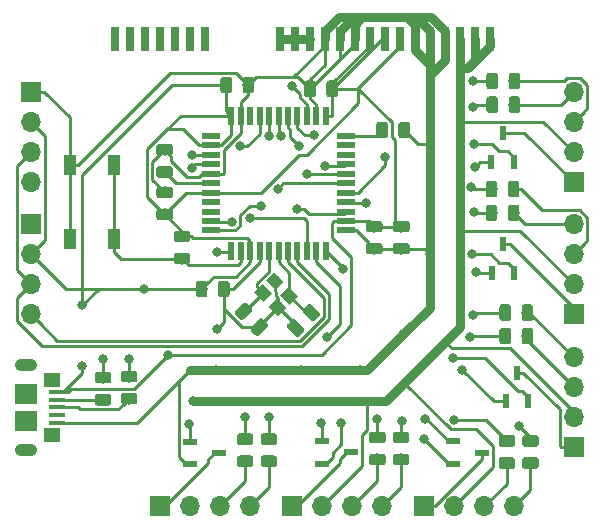
<source format=gbr>
G04 #@! TF.GenerationSoftware,KiCad,Pcbnew,(5.1.4)-1*
G04 #@! TF.CreationDate,2021-01-13T15:58:14-08:00*
G04 #@! TF.ProjectId,Fan Controller,46616e20-436f-46e7-9472-6f6c6c65722e,rev?*
G04 #@! TF.SameCoordinates,Original*
G04 #@! TF.FileFunction,Copper,L1,Top*
G04 #@! TF.FilePolarity,Positive*
%FSLAX46Y46*%
G04 Gerber Fmt 4.6, Leading zero omitted, Abs format (unit mm)*
G04 Created by KiCad (PCBNEW (5.1.4)-1) date 2021-01-13 15:58:14*
%MOMM*%
%LPD*%
G04 APERTURE LIST*
%ADD10R,1.700000X1.700000*%
%ADD11O,1.700000X1.700000*%
%ADD12C,0.100000*%
%ADD13C,0.975000*%
%ADD14C,1.000000*%
%ADD15R,0.550000X1.500000*%
%ADD16R,1.500000X0.550000*%
%ADD17R,0.558800X1.270000*%
%ADD18R,1.270000X0.558800*%
%ADD19R,1.000000X1.700000*%
%ADD20R,1.450000X1.150000*%
%ADD21O,1.900000X1.050000*%
%ADD22R,1.900000X1.750000*%
%ADD23R,1.400000X0.400000*%
%ADD24R,0.762000X2.006600*%
%ADD25C,0.800000*%
%ADD26C,0.250000*%
%ADD27C,0.800000*%
G04 APERTURE END LIST*
D10*
X53622000Y-58950200D03*
D11*
X53622000Y-61490200D03*
X53622000Y-64030200D03*
X53622000Y-66570200D03*
D12*
G36*
X94827142Y-59351374D02*
G01*
X94850803Y-59354884D01*
X94874007Y-59360696D01*
X94896529Y-59368754D01*
X94918153Y-59378982D01*
X94938670Y-59391279D01*
X94957883Y-59405529D01*
X94975607Y-59421593D01*
X94991671Y-59439317D01*
X95005921Y-59458530D01*
X95018218Y-59479047D01*
X95028446Y-59500671D01*
X95036504Y-59523193D01*
X95042316Y-59546397D01*
X95045826Y-59570058D01*
X95047000Y-59593950D01*
X95047000Y-60506450D01*
X95045826Y-60530342D01*
X95042316Y-60554003D01*
X95036504Y-60577207D01*
X95028446Y-60599729D01*
X95018218Y-60621353D01*
X95005921Y-60641870D01*
X94991671Y-60661083D01*
X94975607Y-60678807D01*
X94957883Y-60694871D01*
X94938670Y-60709121D01*
X94918153Y-60721418D01*
X94896529Y-60731646D01*
X94874007Y-60739704D01*
X94850803Y-60745516D01*
X94827142Y-60749026D01*
X94803250Y-60750200D01*
X94315750Y-60750200D01*
X94291858Y-60749026D01*
X94268197Y-60745516D01*
X94244993Y-60739704D01*
X94222471Y-60731646D01*
X94200847Y-60721418D01*
X94180330Y-60709121D01*
X94161117Y-60694871D01*
X94143393Y-60678807D01*
X94127329Y-60661083D01*
X94113079Y-60641870D01*
X94100782Y-60621353D01*
X94090554Y-60599729D01*
X94082496Y-60577207D01*
X94076684Y-60554003D01*
X94073174Y-60530342D01*
X94072000Y-60506450D01*
X94072000Y-59593950D01*
X94073174Y-59570058D01*
X94076684Y-59546397D01*
X94082496Y-59523193D01*
X94090554Y-59500671D01*
X94100782Y-59479047D01*
X94113079Y-59458530D01*
X94127329Y-59439317D01*
X94143393Y-59421593D01*
X94161117Y-59405529D01*
X94180330Y-59391279D01*
X94200847Y-59378982D01*
X94222471Y-59368754D01*
X94244993Y-59360696D01*
X94268197Y-59354884D01*
X94291858Y-59351374D01*
X94315750Y-59350200D01*
X94803250Y-59350200D01*
X94827142Y-59351374D01*
X94827142Y-59351374D01*
G37*
D13*
X94559500Y-60050200D03*
D12*
G36*
X92952142Y-59351374D02*
G01*
X92975803Y-59354884D01*
X92999007Y-59360696D01*
X93021529Y-59368754D01*
X93043153Y-59378982D01*
X93063670Y-59391279D01*
X93082883Y-59405529D01*
X93100607Y-59421593D01*
X93116671Y-59439317D01*
X93130921Y-59458530D01*
X93143218Y-59479047D01*
X93153446Y-59500671D01*
X93161504Y-59523193D01*
X93167316Y-59546397D01*
X93170826Y-59570058D01*
X93172000Y-59593950D01*
X93172000Y-60506450D01*
X93170826Y-60530342D01*
X93167316Y-60554003D01*
X93161504Y-60577207D01*
X93153446Y-60599729D01*
X93143218Y-60621353D01*
X93130921Y-60641870D01*
X93116671Y-60661083D01*
X93100607Y-60678807D01*
X93082883Y-60694871D01*
X93063670Y-60709121D01*
X93043153Y-60721418D01*
X93021529Y-60731646D01*
X92999007Y-60739704D01*
X92975803Y-60745516D01*
X92952142Y-60749026D01*
X92928250Y-60750200D01*
X92440750Y-60750200D01*
X92416858Y-60749026D01*
X92393197Y-60745516D01*
X92369993Y-60739704D01*
X92347471Y-60731646D01*
X92325847Y-60721418D01*
X92305330Y-60709121D01*
X92286117Y-60694871D01*
X92268393Y-60678807D01*
X92252329Y-60661083D01*
X92238079Y-60641870D01*
X92225782Y-60621353D01*
X92215554Y-60599729D01*
X92207496Y-60577207D01*
X92201684Y-60554003D01*
X92198174Y-60530342D01*
X92197000Y-60506450D01*
X92197000Y-59593950D01*
X92198174Y-59570058D01*
X92201684Y-59546397D01*
X92207496Y-59523193D01*
X92215554Y-59500671D01*
X92225782Y-59479047D01*
X92238079Y-59458530D01*
X92252329Y-59439317D01*
X92268393Y-59421593D01*
X92286117Y-59405529D01*
X92305330Y-59391279D01*
X92325847Y-59378982D01*
X92347471Y-59368754D01*
X92369993Y-59360696D01*
X92393197Y-59354884D01*
X92416858Y-59351374D01*
X92440750Y-59350200D01*
X92928250Y-59350200D01*
X92952142Y-59351374D01*
X92952142Y-59351374D01*
G37*
D13*
X92684500Y-60050200D03*
D12*
G36*
X94827142Y-57351374D02*
G01*
X94850803Y-57354884D01*
X94874007Y-57360696D01*
X94896529Y-57368754D01*
X94918153Y-57378982D01*
X94938670Y-57391279D01*
X94957883Y-57405529D01*
X94975607Y-57421593D01*
X94991671Y-57439317D01*
X95005921Y-57458530D01*
X95018218Y-57479047D01*
X95028446Y-57500671D01*
X95036504Y-57523193D01*
X95042316Y-57546397D01*
X95045826Y-57570058D01*
X95047000Y-57593950D01*
X95047000Y-58506450D01*
X95045826Y-58530342D01*
X95042316Y-58554003D01*
X95036504Y-58577207D01*
X95028446Y-58599729D01*
X95018218Y-58621353D01*
X95005921Y-58641870D01*
X94991671Y-58661083D01*
X94975607Y-58678807D01*
X94957883Y-58694871D01*
X94938670Y-58709121D01*
X94918153Y-58721418D01*
X94896529Y-58731646D01*
X94874007Y-58739704D01*
X94850803Y-58745516D01*
X94827142Y-58749026D01*
X94803250Y-58750200D01*
X94315750Y-58750200D01*
X94291858Y-58749026D01*
X94268197Y-58745516D01*
X94244993Y-58739704D01*
X94222471Y-58731646D01*
X94200847Y-58721418D01*
X94180330Y-58709121D01*
X94161117Y-58694871D01*
X94143393Y-58678807D01*
X94127329Y-58661083D01*
X94113079Y-58641870D01*
X94100782Y-58621353D01*
X94090554Y-58599729D01*
X94082496Y-58577207D01*
X94076684Y-58554003D01*
X94073174Y-58530342D01*
X94072000Y-58506450D01*
X94072000Y-57593950D01*
X94073174Y-57570058D01*
X94076684Y-57546397D01*
X94082496Y-57523193D01*
X94090554Y-57500671D01*
X94100782Y-57479047D01*
X94113079Y-57458530D01*
X94127329Y-57439317D01*
X94143393Y-57421593D01*
X94161117Y-57405529D01*
X94180330Y-57391279D01*
X94200847Y-57378982D01*
X94222471Y-57368754D01*
X94244993Y-57360696D01*
X94268197Y-57354884D01*
X94291858Y-57351374D01*
X94315750Y-57350200D01*
X94803250Y-57350200D01*
X94827142Y-57351374D01*
X94827142Y-57351374D01*
G37*
D13*
X94559500Y-58050200D03*
D12*
G36*
X92952142Y-57351374D02*
G01*
X92975803Y-57354884D01*
X92999007Y-57360696D01*
X93021529Y-57368754D01*
X93043153Y-57378982D01*
X93063670Y-57391279D01*
X93082883Y-57405529D01*
X93100607Y-57421593D01*
X93116671Y-57439317D01*
X93130921Y-57458530D01*
X93143218Y-57479047D01*
X93153446Y-57500671D01*
X93161504Y-57523193D01*
X93167316Y-57546397D01*
X93170826Y-57570058D01*
X93172000Y-57593950D01*
X93172000Y-58506450D01*
X93170826Y-58530342D01*
X93167316Y-58554003D01*
X93161504Y-58577207D01*
X93153446Y-58599729D01*
X93143218Y-58621353D01*
X93130921Y-58641870D01*
X93116671Y-58661083D01*
X93100607Y-58678807D01*
X93082883Y-58694871D01*
X93063670Y-58709121D01*
X93043153Y-58721418D01*
X93021529Y-58731646D01*
X92999007Y-58739704D01*
X92975803Y-58745516D01*
X92952142Y-58749026D01*
X92928250Y-58750200D01*
X92440750Y-58750200D01*
X92416858Y-58749026D01*
X92393197Y-58745516D01*
X92369993Y-58739704D01*
X92347471Y-58731646D01*
X92325847Y-58721418D01*
X92305330Y-58709121D01*
X92286117Y-58694871D01*
X92268393Y-58678807D01*
X92252329Y-58661083D01*
X92238079Y-58641870D01*
X92225782Y-58621353D01*
X92215554Y-58599729D01*
X92207496Y-58577207D01*
X92201684Y-58554003D01*
X92198174Y-58530342D01*
X92197000Y-58506450D01*
X92197000Y-57593950D01*
X92198174Y-57570058D01*
X92201684Y-57546397D01*
X92207496Y-57523193D01*
X92215554Y-57500671D01*
X92225782Y-57479047D01*
X92238079Y-57458530D01*
X92252329Y-57439317D01*
X92268393Y-57421593D01*
X92286117Y-57405529D01*
X92305330Y-57391279D01*
X92325847Y-57378982D01*
X92347471Y-57368754D01*
X92369993Y-57360696D01*
X92393197Y-57354884D01*
X92416858Y-57351374D01*
X92440750Y-57350200D01*
X92928250Y-57350200D01*
X92952142Y-57351374D01*
X92952142Y-57351374D01*
G37*
D13*
X92684500Y-58050200D03*
D12*
G36*
X94777142Y-68501374D02*
G01*
X94800803Y-68504884D01*
X94824007Y-68510696D01*
X94846529Y-68518754D01*
X94868153Y-68528982D01*
X94888670Y-68541279D01*
X94907883Y-68555529D01*
X94925607Y-68571593D01*
X94941671Y-68589317D01*
X94955921Y-68608530D01*
X94968218Y-68629047D01*
X94978446Y-68650671D01*
X94986504Y-68673193D01*
X94992316Y-68696397D01*
X94995826Y-68720058D01*
X94997000Y-68743950D01*
X94997000Y-69656450D01*
X94995826Y-69680342D01*
X94992316Y-69704003D01*
X94986504Y-69727207D01*
X94978446Y-69749729D01*
X94968218Y-69771353D01*
X94955921Y-69791870D01*
X94941671Y-69811083D01*
X94925607Y-69828807D01*
X94907883Y-69844871D01*
X94888670Y-69859121D01*
X94868153Y-69871418D01*
X94846529Y-69881646D01*
X94824007Y-69889704D01*
X94800803Y-69895516D01*
X94777142Y-69899026D01*
X94753250Y-69900200D01*
X94265750Y-69900200D01*
X94241858Y-69899026D01*
X94218197Y-69895516D01*
X94194993Y-69889704D01*
X94172471Y-69881646D01*
X94150847Y-69871418D01*
X94130330Y-69859121D01*
X94111117Y-69844871D01*
X94093393Y-69828807D01*
X94077329Y-69811083D01*
X94063079Y-69791870D01*
X94050782Y-69771353D01*
X94040554Y-69749729D01*
X94032496Y-69727207D01*
X94026684Y-69704003D01*
X94023174Y-69680342D01*
X94022000Y-69656450D01*
X94022000Y-68743950D01*
X94023174Y-68720058D01*
X94026684Y-68696397D01*
X94032496Y-68673193D01*
X94040554Y-68650671D01*
X94050782Y-68629047D01*
X94063079Y-68608530D01*
X94077329Y-68589317D01*
X94093393Y-68571593D01*
X94111117Y-68555529D01*
X94130330Y-68541279D01*
X94150847Y-68528982D01*
X94172471Y-68518754D01*
X94194993Y-68510696D01*
X94218197Y-68504884D01*
X94241858Y-68501374D01*
X94265750Y-68500200D01*
X94753250Y-68500200D01*
X94777142Y-68501374D01*
X94777142Y-68501374D01*
G37*
D13*
X94509500Y-69200200D03*
D12*
G36*
X92902142Y-68501374D02*
G01*
X92925803Y-68504884D01*
X92949007Y-68510696D01*
X92971529Y-68518754D01*
X92993153Y-68528982D01*
X93013670Y-68541279D01*
X93032883Y-68555529D01*
X93050607Y-68571593D01*
X93066671Y-68589317D01*
X93080921Y-68608530D01*
X93093218Y-68629047D01*
X93103446Y-68650671D01*
X93111504Y-68673193D01*
X93117316Y-68696397D01*
X93120826Y-68720058D01*
X93122000Y-68743950D01*
X93122000Y-69656450D01*
X93120826Y-69680342D01*
X93117316Y-69704003D01*
X93111504Y-69727207D01*
X93103446Y-69749729D01*
X93093218Y-69771353D01*
X93080921Y-69791870D01*
X93066671Y-69811083D01*
X93050607Y-69828807D01*
X93032883Y-69844871D01*
X93013670Y-69859121D01*
X92993153Y-69871418D01*
X92971529Y-69881646D01*
X92949007Y-69889704D01*
X92925803Y-69895516D01*
X92902142Y-69899026D01*
X92878250Y-69900200D01*
X92390750Y-69900200D01*
X92366858Y-69899026D01*
X92343197Y-69895516D01*
X92319993Y-69889704D01*
X92297471Y-69881646D01*
X92275847Y-69871418D01*
X92255330Y-69859121D01*
X92236117Y-69844871D01*
X92218393Y-69828807D01*
X92202329Y-69811083D01*
X92188079Y-69791870D01*
X92175782Y-69771353D01*
X92165554Y-69749729D01*
X92157496Y-69727207D01*
X92151684Y-69704003D01*
X92148174Y-69680342D01*
X92147000Y-69656450D01*
X92147000Y-68743950D01*
X92148174Y-68720058D01*
X92151684Y-68696397D01*
X92157496Y-68673193D01*
X92165554Y-68650671D01*
X92175782Y-68629047D01*
X92188079Y-68608530D01*
X92202329Y-68589317D01*
X92218393Y-68571593D01*
X92236117Y-68555529D01*
X92255330Y-68541279D01*
X92275847Y-68528982D01*
X92297471Y-68518754D01*
X92319993Y-68510696D01*
X92343197Y-68504884D01*
X92366858Y-68501374D01*
X92390750Y-68500200D01*
X92878250Y-68500200D01*
X92902142Y-68501374D01*
X92902142Y-68501374D01*
G37*
D13*
X92634500Y-69200200D03*
D12*
G36*
X94777142Y-66501374D02*
G01*
X94800803Y-66504884D01*
X94824007Y-66510696D01*
X94846529Y-66518754D01*
X94868153Y-66528982D01*
X94888670Y-66541279D01*
X94907883Y-66555529D01*
X94925607Y-66571593D01*
X94941671Y-66589317D01*
X94955921Y-66608530D01*
X94968218Y-66629047D01*
X94978446Y-66650671D01*
X94986504Y-66673193D01*
X94992316Y-66696397D01*
X94995826Y-66720058D01*
X94997000Y-66743950D01*
X94997000Y-67656450D01*
X94995826Y-67680342D01*
X94992316Y-67704003D01*
X94986504Y-67727207D01*
X94978446Y-67749729D01*
X94968218Y-67771353D01*
X94955921Y-67791870D01*
X94941671Y-67811083D01*
X94925607Y-67828807D01*
X94907883Y-67844871D01*
X94888670Y-67859121D01*
X94868153Y-67871418D01*
X94846529Y-67881646D01*
X94824007Y-67889704D01*
X94800803Y-67895516D01*
X94777142Y-67899026D01*
X94753250Y-67900200D01*
X94265750Y-67900200D01*
X94241858Y-67899026D01*
X94218197Y-67895516D01*
X94194993Y-67889704D01*
X94172471Y-67881646D01*
X94150847Y-67871418D01*
X94130330Y-67859121D01*
X94111117Y-67844871D01*
X94093393Y-67828807D01*
X94077329Y-67811083D01*
X94063079Y-67791870D01*
X94050782Y-67771353D01*
X94040554Y-67749729D01*
X94032496Y-67727207D01*
X94026684Y-67704003D01*
X94023174Y-67680342D01*
X94022000Y-67656450D01*
X94022000Y-66743950D01*
X94023174Y-66720058D01*
X94026684Y-66696397D01*
X94032496Y-66673193D01*
X94040554Y-66650671D01*
X94050782Y-66629047D01*
X94063079Y-66608530D01*
X94077329Y-66589317D01*
X94093393Y-66571593D01*
X94111117Y-66555529D01*
X94130330Y-66541279D01*
X94150847Y-66528982D01*
X94172471Y-66518754D01*
X94194993Y-66510696D01*
X94218197Y-66504884D01*
X94241858Y-66501374D01*
X94265750Y-66500200D01*
X94753250Y-66500200D01*
X94777142Y-66501374D01*
X94777142Y-66501374D01*
G37*
D13*
X94509500Y-67200200D03*
D12*
G36*
X92902142Y-66501374D02*
G01*
X92925803Y-66504884D01*
X92949007Y-66510696D01*
X92971529Y-66518754D01*
X92993153Y-66528982D01*
X93013670Y-66541279D01*
X93032883Y-66555529D01*
X93050607Y-66571593D01*
X93066671Y-66589317D01*
X93080921Y-66608530D01*
X93093218Y-66629047D01*
X93103446Y-66650671D01*
X93111504Y-66673193D01*
X93117316Y-66696397D01*
X93120826Y-66720058D01*
X93122000Y-66743950D01*
X93122000Y-67656450D01*
X93120826Y-67680342D01*
X93117316Y-67704003D01*
X93111504Y-67727207D01*
X93103446Y-67749729D01*
X93093218Y-67771353D01*
X93080921Y-67791870D01*
X93066671Y-67811083D01*
X93050607Y-67828807D01*
X93032883Y-67844871D01*
X93013670Y-67859121D01*
X92993153Y-67871418D01*
X92971529Y-67881646D01*
X92949007Y-67889704D01*
X92925803Y-67895516D01*
X92902142Y-67899026D01*
X92878250Y-67900200D01*
X92390750Y-67900200D01*
X92366858Y-67899026D01*
X92343197Y-67895516D01*
X92319993Y-67889704D01*
X92297471Y-67881646D01*
X92275847Y-67871418D01*
X92255330Y-67859121D01*
X92236117Y-67844871D01*
X92218393Y-67828807D01*
X92202329Y-67811083D01*
X92188079Y-67791870D01*
X92175782Y-67771353D01*
X92165554Y-67749729D01*
X92157496Y-67727207D01*
X92151684Y-67704003D01*
X92148174Y-67680342D01*
X92147000Y-67656450D01*
X92147000Y-66743950D01*
X92148174Y-66720058D01*
X92151684Y-66696397D01*
X92157496Y-66673193D01*
X92165554Y-66650671D01*
X92175782Y-66629047D01*
X92188079Y-66608530D01*
X92202329Y-66589317D01*
X92218393Y-66571593D01*
X92236117Y-66555529D01*
X92255330Y-66541279D01*
X92275847Y-66528982D01*
X92297471Y-66518754D01*
X92319993Y-66510696D01*
X92343197Y-66504884D01*
X92366858Y-66501374D01*
X92390750Y-66500200D01*
X92878250Y-66500200D01*
X92902142Y-66501374D01*
X92902142Y-66501374D01*
G37*
D13*
X92634500Y-67200200D03*
D12*
G36*
X95927142Y-76951374D02*
G01*
X95950803Y-76954884D01*
X95974007Y-76960696D01*
X95996529Y-76968754D01*
X96018153Y-76978982D01*
X96038670Y-76991279D01*
X96057883Y-77005529D01*
X96075607Y-77021593D01*
X96091671Y-77039317D01*
X96105921Y-77058530D01*
X96118218Y-77079047D01*
X96128446Y-77100671D01*
X96136504Y-77123193D01*
X96142316Y-77146397D01*
X96145826Y-77170058D01*
X96147000Y-77193950D01*
X96147000Y-78106450D01*
X96145826Y-78130342D01*
X96142316Y-78154003D01*
X96136504Y-78177207D01*
X96128446Y-78199729D01*
X96118218Y-78221353D01*
X96105921Y-78241870D01*
X96091671Y-78261083D01*
X96075607Y-78278807D01*
X96057883Y-78294871D01*
X96038670Y-78309121D01*
X96018153Y-78321418D01*
X95996529Y-78331646D01*
X95974007Y-78339704D01*
X95950803Y-78345516D01*
X95927142Y-78349026D01*
X95903250Y-78350200D01*
X95415750Y-78350200D01*
X95391858Y-78349026D01*
X95368197Y-78345516D01*
X95344993Y-78339704D01*
X95322471Y-78331646D01*
X95300847Y-78321418D01*
X95280330Y-78309121D01*
X95261117Y-78294871D01*
X95243393Y-78278807D01*
X95227329Y-78261083D01*
X95213079Y-78241870D01*
X95200782Y-78221353D01*
X95190554Y-78199729D01*
X95182496Y-78177207D01*
X95176684Y-78154003D01*
X95173174Y-78130342D01*
X95172000Y-78106450D01*
X95172000Y-77193950D01*
X95173174Y-77170058D01*
X95176684Y-77146397D01*
X95182496Y-77123193D01*
X95190554Y-77100671D01*
X95200782Y-77079047D01*
X95213079Y-77058530D01*
X95227329Y-77039317D01*
X95243393Y-77021593D01*
X95261117Y-77005529D01*
X95280330Y-76991279D01*
X95300847Y-76978982D01*
X95322471Y-76968754D01*
X95344993Y-76960696D01*
X95368197Y-76954884D01*
X95391858Y-76951374D01*
X95415750Y-76950200D01*
X95903250Y-76950200D01*
X95927142Y-76951374D01*
X95927142Y-76951374D01*
G37*
D13*
X95659500Y-77650200D03*
D12*
G36*
X94052142Y-76951374D02*
G01*
X94075803Y-76954884D01*
X94099007Y-76960696D01*
X94121529Y-76968754D01*
X94143153Y-76978982D01*
X94163670Y-76991279D01*
X94182883Y-77005529D01*
X94200607Y-77021593D01*
X94216671Y-77039317D01*
X94230921Y-77058530D01*
X94243218Y-77079047D01*
X94253446Y-77100671D01*
X94261504Y-77123193D01*
X94267316Y-77146397D01*
X94270826Y-77170058D01*
X94272000Y-77193950D01*
X94272000Y-78106450D01*
X94270826Y-78130342D01*
X94267316Y-78154003D01*
X94261504Y-78177207D01*
X94253446Y-78199729D01*
X94243218Y-78221353D01*
X94230921Y-78241870D01*
X94216671Y-78261083D01*
X94200607Y-78278807D01*
X94182883Y-78294871D01*
X94163670Y-78309121D01*
X94143153Y-78321418D01*
X94121529Y-78331646D01*
X94099007Y-78339704D01*
X94075803Y-78345516D01*
X94052142Y-78349026D01*
X94028250Y-78350200D01*
X93540750Y-78350200D01*
X93516858Y-78349026D01*
X93493197Y-78345516D01*
X93469993Y-78339704D01*
X93447471Y-78331646D01*
X93425847Y-78321418D01*
X93405330Y-78309121D01*
X93386117Y-78294871D01*
X93368393Y-78278807D01*
X93352329Y-78261083D01*
X93338079Y-78241870D01*
X93325782Y-78221353D01*
X93315554Y-78199729D01*
X93307496Y-78177207D01*
X93301684Y-78154003D01*
X93298174Y-78130342D01*
X93297000Y-78106450D01*
X93297000Y-77193950D01*
X93298174Y-77170058D01*
X93301684Y-77146397D01*
X93307496Y-77123193D01*
X93315554Y-77100671D01*
X93325782Y-77079047D01*
X93338079Y-77058530D01*
X93352329Y-77039317D01*
X93368393Y-77021593D01*
X93386117Y-77005529D01*
X93405330Y-76991279D01*
X93425847Y-76978982D01*
X93447471Y-76968754D01*
X93469993Y-76960696D01*
X93493197Y-76954884D01*
X93516858Y-76951374D01*
X93540750Y-76950200D01*
X94028250Y-76950200D01*
X94052142Y-76951374D01*
X94052142Y-76951374D01*
G37*
D13*
X93784500Y-77650200D03*
D12*
G36*
X95927142Y-78951374D02*
G01*
X95950803Y-78954884D01*
X95974007Y-78960696D01*
X95996529Y-78968754D01*
X96018153Y-78978982D01*
X96038670Y-78991279D01*
X96057883Y-79005529D01*
X96075607Y-79021593D01*
X96091671Y-79039317D01*
X96105921Y-79058530D01*
X96118218Y-79079047D01*
X96128446Y-79100671D01*
X96136504Y-79123193D01*
X96142316Y-79146397D01*
X96145826Y-79170058D01*
X96147000Y-79193950D01*
X96147000Y-80106450D01*
X96145826Y-80130342D01*
X96142316Y-80154003D01*
X96136504Y-80177207D01*
X96128446Y-80199729D01*
X96118218Y-80221353D01*
X96105921Y-80241870D01*
X96091671Y-80261083D01*
X96075607Y-80278807D01*
X96057883Y-80294871D01*
X96038670Y-80309121D01*
X96018153Y-80321418D01*
X95996529Y-80331646D01*
X95974007Y-80339704D01*
X95950803Y-80345516D01*
X95927142Y-80349026D01*
X95903250Y-80350200D01*
X95415750Y-80350200D01*
X95391858Y-80349026D01*
X95368197Y-80345516D01*
X95344993Y-80339704D01*
X95322471Y-80331646D01*
X95300847Y-80321418D01*
X95280330Y-80309121D01*
X95261117Y-80294871D01*
X95243393Y-80278807D01*
X95227329Y-80261083D01*
X95213079Y-80241870D01*
X95200782Y-80221353D01*
X95190554Y-80199729D01*
X95182496Y-80177207D01*
X95176684Y-80154003D01*
X95173174Y-80130342D01*
X95172000Y-80106450D01*
X95172000Y-79193950D01*
X95173174Y-79170058D01*
X95176684Y-79146397D01*
X95182496Y-79123193D01*
X95190554Y-79100671D01*
X95200782Y-79079047D01*
X95213079Y-79058530D01*
X95227329Y-79039317D01*
X95243393Y-79021593D01*
X95261117Y-79005529D01*
X95280330Y-78991279D01*
X95300847Y-78978982D01*
X95322471Y-78968754D01*
X95344993Y-78960696D01*
X95368197Y-78954884D01*
X95391858Y-78951374D01*
X95415750Y-78950200D01*
X95903250Y-78950200D01*
X95927142Y-78951374D01*
X95927142Y-78951374D01*
G37*
D13*
X95659500Y-79650200D03*
D12*
G36*
X94052142Y-78951374D02*
G01*
X94075803Y-78954884D01*
X94099007Y-78960696D01*
X94121529Y-78968754D01*
X94143153Y-78978982D01*
X94163670Y-78991279D01*
X94182883Y-79005529D01*
X94200607Y-79021593D01*
X94216671Y-79039317D01*
X94230921Y-79058530D01*
X94243218Y-79079047D01*
X94253446Y-79100671D01*
X94261504Y-79123193D01*
X94267316Y-79146397D01*
X94270826Y-79170058D01*
X94272000Y-79193950D01*
X94272000Y-80106450D01*
X94270826Y-80130342D01*
X94267316Y-80154003D01*
X94261504Y-80177207D01*
X94253446Y-80199729D01*
X94243218Y-80221353D01*
X94230921Y-80241870D01*
X94216671Y-80261083D01*
X94200607Y-80278807D01*
X94182883Y-80294871D01*
X94163670Y-80309121D01*
X94143153Y-80321418D01*
X94121529Y-80331646D01*
X94099007Y-80339704D01*
X94075803Y-80345516D01*
X94052142Y-80349026D01*
X94028250Y-80350200D01*
X93540750Y-80350200D01*
X93516858Y-80349026D01*
X93493197Y-80345516D01*
X93469993Y-80339704D01*
X93447471Y-80331646D01*
X93425847Y-80321418D01*
X93405330Y-80309121D01*
X93386117Y-80294871D01*
X93368393Y-80278807D01*
X93352329Y-80261083D01*
X93338079Y-80241870D01*
X93325782Y-80221353D01*
X93315554Y-80199729D01*
X93307496Y-80177207D01*
X93301684Y-80154003D01*
X93298174Y-80130342D01*
X93297000Y-80106450D01*
X93297000Y-79193950D01*
X93298174Y-79170058D01*
X93301684Y-79146397D01*
X93307496Y-79123193D01*
X93315554Y-79100671D01*
X93325782Y-79079047D01*
X93338079Y-79058530D01*
X93352329Y-79039317D01*
X93368393Y-79021593D01*
X93386117Y-79005529D01*
X93405330Y-78991279D01*
X93425847Y-78978982D01*
X93447471Y-78968754D01*
X93469993Y-78960696D01*
X93493197Y-78954884D01*
X93516858Y-78951374D01*
X93540750Y-78950200D01*
X94028250Y-78950200D01*
X94052142Y-78951374D01*
X94052142Y-78951374D01*
G37*
D13*
X93784500Y-79650200D03*
D12*
G36*
X96402142Y-89901374D02*
G01*
X96425803Y-89904884D01*
X96449007Y-89910696D01*
X96471529Y-89918754D01*
X96493153Y-89928982D01*
X96513670Y-89941279D01*
X96532883Y-89955529D01*
X96550607Y-89971593D01*
X96566671Y-89989317D01*
X96580921Y-90008530D01*
X96593218Y-90029047D01*
X96603446Y-90050671D01*
X96611504Y-90073193D01*
X96617316Y-90096397D01*
X96620826Y-90120058D01*
X96622000Y-90143950D01*
X96622000Y-90631450D01*
X96620826Y-90655342D01*
X96617316Y-90679003D01*
X96611504Y-90702207D01*
X96603446Y-90724729D01*
X96593218Y-90746353D01*
X96580921Y-90766870D01*
X96566671Y-90786083D01*
X96550607Y-90803807D01*
X96532883Y-90819871D01*
X96513670Y-90834121D01*
X96493153Y-90846418D01*
X96471529Y-90856646D01*
X96449007Y-90864704D01*
X96425803Y-90870516D01*
X96402142Y-90874026D01*
X96378250Y-90875200D01*
X95465750Y-90875200D01*
X95441858Y-90874026D01*
X95418197Y-90870516D01*
X95394993Y-90864704D01*
X95372471Y-90856646D01*
X95350847Y-90846418D01*
X95330330Y-90834121D01*
X95311117Y-90819871D01*
X95293393Y-90803807D01*
X95277329Y-90786083D01*
X95263079Y-90766870D01*
X95250782Y-90746353D01*
X95240554Y-90724729D01*
X95232496Y-90702207D01*
X95226684Y-90679003D01*
X95223174Y-90655342D01*
X95222000Y-90631450D01*
X95222000Y-90143950D01*
X95223174Y-90120058D01*
X95226684Y-90096397D01*
X95232496Y-90073193D01*
X95240554Y-90050671D01*
X95250782Y-90029047D01*
X95263079Y-90008530D01*
X95277329Y-89989317D01*
X95293393Y-89971593D01*
X95311117Y-89955529D01*
X95330330Y-89941279D01*
X95350847Y-89928982D01*
X95372471Y-89918754D01*
X95394993Y-89910696D01*
X95418197Y-89904884D01*
X95441858Y-89901374D01*
X95465750Y-89900200D01*
X96378250Y-89900200D01*
X96402142Y-89901374D01*
X96402142Y-89901374D01*
G37*
D13*
X95922000Y-90387700D03*
D12*
G36*
X96402142Y-88026374D02*
G01*
X96425803Y-88029884D01*
X96449007Y-88035696D01*
X96471529Y-88043754D01*
X96493153Y-88053982D01*
X96513670Y-88066279D01*
X96532883Y-88080529D01*
X96550607Y-88096593D01*
X96566671Y-88114317D01*
X96580921Y-88133530D01*
X96593218Y-88154047D01*
X96603446Y-88175671D01*
X96611504Y-88198193D01*
X96617316Y-88221397D01*
X96620826Y-88245058D01*
X96622000Y-88268950D01*
X96622000Y-88756450D01*
X96620826Y-88780342D01*
X96617316Y-88804003D01*
X96611504Y-88827207D01*
X96603446Y-88849729D01*
X96593218Y-88871353D01*
X96580921Y-88891870D01*
X96566671Y-88911083D01*
X96550607Y-88928807D01*
X96532883Y-88944871D01*
X96513670Y-88959121D01*
X96493153Y-88971418D01*
X96471529Y-88981646D01*
X96449007Y-88989704D01*
X96425803Y-88995516D01*
X96402142Y-88999026D01*
X96378250Y-89000200D01*
X95465750Y-89000200D01*
X95441858Y-88999026D01*
X95418197Y-88995516D01*
X95394993Y-88989704D01*
X95372471Y-88981646D01*
X95350847Y-88971418D01*
X95330330Y-88959121D01*
X95311117Y-88944871D01*
X95293393Y-88928807D01*
X95277329Y-88911083D01*
X95263079Y-88891870D01*
X95250782Y-88871353D01*
X95240554Y-88849729D01*
X95232496Y-88827207D01*
X95226684Y-88804003D01*
X95223174Y-88780342D01*
X95222000Y-88756450D01*
X95222000Y-88268950D01*
X95223174Y-88245058D01*
X95226684Y-88221397D01*
X95232496Y-88198193D01*
X95240554Y-88175671D01*
X95250782Y-88154047D01*
X95263079Y-88133530D01*
X95277329Y-88114317D01*
X95293393Y-88096593D01*
X95311117Y-88080529D01*
X95330330Y-88066279D01*
X95350847Y-88053982D01*
X95372471Y-88043754D01*
X95394993Y-88035696D01*
X95418197Y-88029884D01*
X95441858Y-88026374D01*
X95465750Y-88025200D01*
X96378250Y-88025200D01*
X96402142Y-88026374D01*
X96402142Y-88026374D01*
G37*
D13*
X95922000Y-88512700D03*
D12*
G36*
X94402142Y-89901374D02*
G01*
X94425803Y-89904884D01*
X94449007Y-89910696D01*
X94471529Y-89918754D01*
X94493153Y-89928982D01*
X94513670Y-89941279D01*
X94532883Y-89955529D01*
X94550607Y-89971593D01*
X94566671Y-89989317D01*
X94580921Y-90008530D01*
X94593218Y-90029047D01*
X94603446Y-90050671D01*
X94611504Y-90073193D01*
X94617316Y-90096397D01*
X94620826Y-90120058D01*
X94622000Y-90143950D01*
X94622000Y-90631450D01*
X94620826Y-90655342D01*
X94617316Y-90679003D01*
X94611504Y-90702207D01*
X94603446Y-90724729D01*
X94593218Y-90746353D01*
X94580921Y-90766870D01*
X94566671Y-90786083D01*
X94550607Y-90803807D01*
X94532883Y-90819871D01*
X94513670Y-90834121D01*
X94493153Y-90846418D01*
X94471529Y-90856646D01*
X94449007Y-90864704D01*
X94425803Y-90870516D01*
X94402142Y-90874026D01*
X94378250Y-90875200D01*
X93465750Y-90875200D01*
X93441858Y-90874026D01*
X93418197Y-90870516D01*
X93394993Y-90864704D01*
X93372471Y-90856646D01*
X93350847Y-90846418D01*
X93330330Y-90834121D01*
X93311117Y-90819871D01*
X93293393Y-90803807D01*
X93277329Y-90786083D01*
X93263079Y-90766870D01*
X93250782Y-90746353D01*
X93240554Y-90724729D01*
X93232496Y-90702207D01*
X93226684Y-90679003D01*
X93223174Y-90655342D01*
X93222000Y-90631450D01*
X93222000Y-90143950D01*
X93223174Y-90120058D01*
X93226684Y-90096397D01*
X93232496Y-90073193D01*
X93240554Y-90050671D01*
X93250782Y-90029047D01*
X93263079Y-90008530D01*
X93277329Y-89989317D01*
X93293393Y-89971593D01*
X93311117Y-89955529D01*
X93330330Y-89941279D01*
X93350847Y-89928982D01*
X93372471Y-89918754D01*
X93394993Y-89910696D01*
X93418197Y-89904884D01*
X93441858Y-89901374D01*
X93465750Y-89900200D01*
X94378250Y-89900200D01*
X94402142Y-89901374D01*
X94402142Y-89901374D01*
G37*
D13*
X93922000Y-90387700D03*
D12*
G36*
X94402142Y-88026374D02*
G01*
X94425803Y-88029884D01*
X94449007Y-88035696D01*
X94471529Y-88043754D01*
X94493153Y-88053982D01*
X94513670Y-88066279D01*
X94532883Y-88080529D01*
X94550607Y-88096593D01*
X94566671Y-88114317D01*
X94580921Y-88133530D01*
X94593218Y-88154047D01*
X94603446Y-88175671D01*
X94611504Y-88198193D01*
X94617316Y-88221397D01*
X94620826Y-88245058D01*
X94622000Y-88268950D01*
X94622000Y-88756450D01*
X94620826Y-88780342D01*
X94617316Y-88804003D01*
X94611504Y-88827207D01*
X94603446Y-88849729D01*
X94593218Y-88871353D01*
X94580921Y-88891870D01*
X94566671Y-88911083D01*
X94550607Y-88928807D01*
X94532883Y-88944871D01*
X94513670Y-88959121D01*
X94493153Y-88971418D01*
X94471529Y-88981646D01*
X94449007Y-88989704D01*
X94425803Y-88995516D01*
X94402142Y-88999026D01*
X94378250Y-89000200D01*
X93465750Y-89000200D01*
X93441858Y-88999026D01*
X93418197Y-88995516D01*
X93394993Y-88989704D01*
X93372471Y-88981646D01*
X93350847Y-88971418D01*
X93330330Y-88959121D01*
X93311117Y-88944871D01*
X93293393Y-88928807D01*
X93277329Y-88911083D01*
X93263079Y-88891870D01*
X93250782Y-88871353D01*
X93240554Y-88849729D01*
X93232496Y-88827207D01*
X93226684Y-88804003D01*
X93223174Y-88780342D01*
X93222000Y-88756450D01*
X93222000Y-88268950D01*
X93223174Y-88245058D01*
X93226684Y-88221397D01*
X93232496Y-88198193D01*
X93240554Y-88175671D01*
X93250782Y-88154047D01*
X93263079Y-88133530D01*
X93277329Y-88114317D01*
X93293393Y-88096593D01*
X93311117Y-88080529D01*
X93330330Y-88066279D01*
X93350847Y-88053982D01*
X93372471Y-88043754D01*
X93394993Y-88035696D01*
X93418197Y-88029884D01*
X93441858Y-88026374D01*
X93465750Y-88025200D01*
X94378250Y-88025200D01*
X94402142Y-88026374D01*
X94402142Y-88026374D01*
G37*
D13*
X93922000Y-88512700D03*
D12*
G36*
X85452142Y-89601374D02*
G01*
X85475803Y-89604884D01*
X85499007Y-89610696D01*
X85521529Y-89618754D01*
X85543153Y-89628982D01*
X85563670Y-89641279D01*
X85582883Y-89655529D01*
X85600607Y-89671593D01*
X85616671Y-89689317D01*
X85630921Y-89708530D01*
X85643218Y-89729047D01*
X85653446Y-89750671D01*
X85661504Y-89773193D01*
X85667316Y-89796397D01*
X85670826Y-89820058D01*
X85672000Y-89843950D01*
X85672000Y-90331450D01*
X85670826Y-90355342D01*
X85667316Y-90379003D01*
X85661504Y-90402207D01*
X85653446Y-90424729D01*
X85643218Y-90446353D01*
X85630921Y-90466870D01*
X85616671Y-90486083D01*
X85600607Y-90503807D01*
X85582883Y-90519871D01*
X85563670Y-90534121D01*
X85543153Y-90546418D01*
X85521529Y-90556646D01*
X85499007Y-90564704D01*
X85475803Y-90570516D01*
X85452142Y-90574026D01*
X85428250Y-90575200D01*
X84515750Y-90575200D01*
X84491858Y-90574026D01*
X84468197Y-90570516D01*
X84444993Y-90564704D01*
X84422471Y-90556646D01*
X84400847Y-90546418D01*
X84380330Y-90534121D01*
X84361117Y-90519871D01*
X84343393Y-90503807D01*
X84327329Y-90486083D01*
X84313079Y-90466870D01*
X84300782Y-90446353D01*
X84290554Y-90424729D01*
X84282496Y-90402207D01*
X84276684Y-90379003D01*
X84273174Y-90355342D01*
X84272000Y-90331450D01*
X84272000Y-89843950D01*
X84273174Y-89820058D01*
X84276684Y-89796397D01*
X84282496Y-89773193D01*
X84290554Y-89750671D01*
X84300782Y-89729047D01*
X84313079Y-89708530D01*
X84327329Y-89689317D01*
X84343393Y-89671593D01*
X84361117Y-89655529D01*
X84380330Y-89641279D01*
X84400847Y-89628982D01*
X84422471Y-89618754D01*
X84444993Y-89610696D01*
X84468197Y-89604884D01*
X84491858Y-89601374D01*
X84515750Y-89600200D01*
X85428250Y-89600200D01*
X85452142Y-89601374D01*
X85452142Y-89601374D01*
G37*
D13*
X84972000Y-90087700D03*
D12*
G36*
X85452142Y-87726374D02*
G01*
X85475803Y-87729884D01*
X85499007Y-87735696D01*
X85521529Y-87743754D01*
X85543153Y-87753982D01*
X85563670Y-87766279D01*
X85582883Y-87780529D01*
X85600607Y-87796593D01*
X85616671Y-87814317D01*
X85630921Y-87833530D01*
X85643218Y-87854047D01*
X85653446Y-87875671D01*
X85661504Y-87898193D01*
X85667316Y-87921397D01*
X85670826Y-87945058D01*
X85672000Y-87968950D01*
X85672000Y-88456450D01*
X85670826Y-88480342D01*
X85667316Y-88504003D01*
X85661504Y-88527207D01*
X85653446Y-88549729D01*
X85643218Y-88571353D01*
X85630921Y-88591870D01*
X85616671Y-88611083D01*
X85600607Y-88628807D01*
X85582883Y-88644871D01*
X85563670Y-88659121D01*
X85543153Y-88671418D01*
X85521529Y-88681646D01*
X85499007Y-88689704D01*
X85475803Y-88695516D01*
X85452142Y-88699026D01*
X85428250Y-88700200D01*
X84515750Y-88700200D01*
X84491858Y-88699026D01*
X84468197Y-88695516D01*
X84444993Y-88689704D01*
X84422471Y-88681646D01*
X84400847Y-88671418D01*
X84380330Y-88659121D01*
X84361117Y-88644871D01*
X84343393Y-88628807D01*
X84327329Y-88611083D01*
X84313079Y-88591870D01*
X84300782Y-88571353D01*
X84290554Y-88549729D01*
X84282496Y-88527207D01*
X84276684Y-88504003D01*
X84273174Y-88480342D01*
X84272000Y-88456450D01*
X84272000Y-87968950D01*
X84273174Y-87945058D01*
X84276684Y-87921397D01*
X84282496Y-87898193D01*
X84290554Y-87875671D01*
X84300782Y-87854047D01*
X84313079Y-87833530D01*
X84327329Y-87814317D01*
X84343393Y-87796593D01*
X84361117Y-87780529D01*
X84380330Y-87766279D01*
X84400847Y-87753982D01*
X84422471Y-87743754D01*
X84444993Y-87735696D01*
X84468197Y-87729884D01*
X84491858Y-87726374D01*
X84515750Y-87725200D01*
X85428250Y-87725200D01*
X85452142Y-87726374D01*
X85452142Y-87726374D01*
G37*
D13*
X84972000Y-88212700D03*
D12*
G36*
X83452142Y-89601374D02*
G01*
X83475803Y-89604884D01*
X83499007Y-89610696D01*
X83521529Y-89618754D01*
X83543153Y-89628982D01*
X83563670Y-89641279D01*
X83582883Y-89655529D01*
X83600607Y-89671593D01*
X83616671Y-89689317D01*
X83630921Y-89708530D01*
X83643218Y-89729047D01*
X83653446Y-89750671D01*
X83661504Y-89773193D01*
X83667316Y-89796397D01*
X83670826Y-89820058D01*
X83672000Y-89843950D01*
X83672000Y-90331450D01*
X83670826Y-90355342D01*
X83667316Y-90379003D01*
X83661504Y-90402207D01*
X83653446Y-90424729D01*
X83643218Y-90446353D01*
X83630921Y-90466870D01*
X83616671Y-90486083D01*
X83600607Y-90503807D01*
X83582883Y-90519871D01*
X83563670Y-90534121D01*
X83543153Y-90546418D01*
X83521529Y-90556646D01*
X83499007Y-90564704D01*
X83475803Y-90570516D01*
X83452142Y-90574026D01*
X83428250Y-90575200D01*
X82515750Y-90575200D01*
X82491858Y-90574026D01*
X82468197Y-90570516D01*
X82444993Y-90564704D01*
X82422471Y-90556646D01*
X82400847Y-90546418D01*
X82380330Y-90534121D01*
X82361117Y-90519871D01*
X82343393Y-90503807D01*
X82327329Y-90486083D01*
X82313079Y-90466870D01*
X82300782Y-90446353D01*
X82290554Y-90424729D01*
X82282496Y-90402207D01*
X82276684Y-90379003D01*
X82273174Y-90355342D01*
X82272000Y-90331450D01*
X82272000Y-89843950D01*
X82273174Y-89820058D01*
X82276684Y-89796397D01*
X82282496Y-89773193D01*
X82290554Y-89750671D01*
X82300782Y-89729047D01*
X82313079Y-89708530D01*
X82327329Y-89689317D01*
X82343393Y-89671593D01*
X82361117Y-89655529D01*
X82380330Y-89641279D01*
X82400847Y-89628982D01*
X82422471Y-89618754D01*
X82444993Y-89610696D01*
X82468197Y-89604884D01*
X82491858Y-89601374D01*
X82515750Y-89600200D01*
X83428250Y-89600200D01*
X83452142Y-89601374D01*
X83452142Y-89601374D01*
G37*
D13*
X82972000Y-90087700D03*
D12*
G36*
X83452142Y-87726374D02*
G01*
X83475803Y-87729884D01*
X83499007Y-87735696D01*
X83521529Y-87743754D01*
X83543153Y-87753982D01*
X83563670Y-87766279D01*
X83582883Y-87780529D01*
X83600607Y-87796593D01*
X83616671Y-87814317D01*
X83630921Y-87833530D01*
X83643218Y-87854047D01*
X83653446Y-87875671D01*
X83661504Y-87898193D01*
X83667316Y-87921397D01*
X83670826Y-87945058D01*
X83672000Y-87968950D01*
X83672000Y-88456450D01*
X83670826Y-88480342D01*
X83667316Y-88504003D01*
X83661504Y-88527207D01*
X83653446Y-88549729D01*
X83643218Y-88571353D01*
X83630921Y-88591870D01*
X83616671Y-88611083D01*
X83600607Y-88628807D01*
X83582883Y-88644871D01*
X83563670Y-88659121D01*
X83543153Y-88671418D01*
X83521529Y-88681646D01*
X83499007Y-88689704D01*
X83475803Y-88695516D01*
X83452142Y-88699026D01*
X83428250Y-88700200D01*
X82515750Y-88700200D01*
X82491858Y-88699026D01*
X82468197Y-88695516D01*
X82444993Y-88689704D01*
X82422471Y-88681646D01*
X82400847Y-88671418D01*
X82380330Y-88659121D01*
X82361117Y-88644871D01*
X82343393Y-88628807D01*
X82327329Y-88611083D01*
X82313079Y-88591870D01*
X82300782Y-88571353D01*
X82290554Y-88549729D01*
X82282496Y-88527207D01*
X82276684Y-88504003D01*
X82273174Y-88480342D01*
X82272000Y-88456450D01*
X82272000Y-87968950D01*
X82273174Y-87945058D01*
X82276684Y-87921397D01*
X82282496Y-87898193D01*
X82290554Y-87875671D01*
X82300782Y-87854047D01*
X82313079Y-87833530D01*
X82327329Y-87814317D01*
X82343393Y-87796593D01*
X82361117Y-87780529D01*
X82380330Y-87766279D01*
X82400847Y-87753982D01*
X82422471Y-87743754D01*
X82444993Y-87735696D01*
X82468197Y-87729884D01*
X82491858Y-87726374D01*
X82515750Y-87725200D01*
X83428250Y-87725200D01*
X83452142Y-87726374D01*
X83452142Y-87726374D01*
G37*
D13*
X82972000Y-88212700D03*
D12*
G36*
X74252142Y-89751374D02*
G01*
X74275803Y-89754884D01*
X74299007Y-89760696D01*
X74321529Y-89768754D01*
X74343153Y-89778982D01*
X74363670Y-89791279D01*
X74382883Y-89805529D01*
X74400607Y-89821593D01*
X74416671Y-89839317D01*
X74430921Y-89858530D01*
X74443218Y-89879047D01*
X74453446Y-89900671D01*
X74461504Y-89923193D01*
X74467316Y-89946397D01*
X74470826Y-89970058D01*
X74472000Y-89993950D01*
X74472000Y-90481450D01*
X74470826Y-90505342D01*
X74467316Y-90529003D01*
X74461504Y-90552207D01*
X74453446Y-90574729D01*
X74443218Y-90596353D01*
X74430921Y-90616870D01*
X74416671Y-90636083D01*
X74400607Y-90653807D01*
X74382883Y-90669871D01*
X74363670Y-90684121D01*
X74343153Y-90696418D01*
X74321529Y-90706646D01*
X74299007Y-90714704D01*
X74275803Y-90720516D01*
X74252142Y-90724026D01*
X74228250Y-90725200D01*
X73315750Y-90725200D01*
X73291858Y-90724026D01*
X73268197Y-90720516D01*
X73244993Y-90714704D01*
X73222471Y-90706646D01*
X73200847Y-90696418D01*
X73180330Y-90684121D01*
X73161117Y-90669871D01*
X73143393Y-90653807D01*
X73127329Y-90636083D01*
X73113079Y-90616870D01*
X73100782Y-90596353D01*
X73090554Y-90574729D01*
X73082496Y-90552207D01*
X73076684Y-90529003D01*
X73073174Y-90505342D01*
X73072000Y-90481450D01*
X73072000Y-89993950D01*
X73073174Y-89970058D01*
X73076684Y-89946397D01*
X73082496Y-89923193D01*
X73090554Y-89900671D01*
X73100782Y-89879047D01*
X73113079Y-89858530D01*
X73127329Y-89839317D01*
X73143393Y-89821593D01*
X73161117Y-89805529D01*
X73180330Y-89791279D01*
X73200847Y-89778982D01*
X73222471Y-89768754D01*
X73244993Y-89760696D01*
X73268197Y-89754884D01*
X73291858Y-89751374D01*
X73315750Y-89750200D01*
X74228250Y-89750200D01*
X74252142Y-89751374D01*
X74252142Y-89751374D01*
G37*
D13*
X73772000Y-90237700D03*
D12*
G36*
X74252142Y-87876374D02*
G01*
X74275803Y-87879884D01*
X74299007Y-87885696D01*
X74321529Y-87893754D01*
X74343153Y-87903982D01*
X74363670Y-87916279D01*
X74382883Y-87930529D01*
X74400607Y-87946593D01*
X74416671Y-87964317D01*
X74430921Y-87983530D01*
X74443218Y-88004047D01*
X74453446Y-88025671D01*
X74461504Y-88048193D01*
X74467316Y-88071397D01*
X74470826Y-88095058D01*
X74472000Y-88118950D01*
X74472000Y-88606450D01*
X74470826Y-88630342D01*
X74467316Y-88654003D01*
X74461504Y-88677207D01*
X74453446Y-88699729D01*
X74443218Y-88721353D01*
X74430921Y-88741870D01*
X74416671Y-88761083D01*
X74400607Y-88778807D01*
X74382883Y-88794871D01*
X74363670Y-88809121D01*
X74343153Y-88821418D01*
X74321529Y-88831646D01*
X74299007Y-88839704D01*
X74275803Y-88845516D01*
X74252142Y-88849026D01*
X74228250Y-88850200D01*
X73315750Y-88850200D01*
X73291858Y-88849026D01*
X73268197Y-88845516D01*
X73244993Y-88839704D01*
X73222471Y-88831646D01*
X73200847Y-88821418D01*
X73180330Y-88809121D01*
X73161117Y-88794871D01*
X73143393Y-88778807D01*
X73127329Y-88761083D01*
X73113079Y-88741870D01*
X73100782Y-88721353D01*
X73090554Y-88699729D01*
X73082496Y-88677207D01*
X73076684Y-88654003D01*
X73073174Y-88630342D01*
X73072000Y-88606450D01*
X73072000Y-88118950D01*
X73073174Y-88095058D01*
X73076684Y-88071397D01*
X73082496Y-88048193D01*
X73090554Y-88025671D01*
X73100782Y-88004047D01*
X73113079Y-87983530D01*
X73127329Y-87964317D01*
X73143393Y-87946593D01*
X73161117Y-87930529D01*
X73180330Y-87916279D01*
X73200847Y-87903982D01*
X73222471Y-87893754D01*
X73244993Y-87885696D01*
X73268197Y-87879884D01*
X73291858Y-87876374D01*
X73315750Y-87875200D01*
X74228250Y-87875200D01*
X74252142Y-87876374D01*
X74252142Y-87876374D01*
G37*
D13*
X73772000Y-88362700D03*
D12*
G36*
X72252142Y-89751374D02*
G01*
X72275803Y-89754884D01*
X72299007Y-89760696D01*
X72321529Y-89768754D01*
X72343153Y-89778982D01*
X72363670Y-89791279D01*
X72382883Y-89805529D01*
X72400607Y-89821593D01*
X72416671Y-89839317D01*
X72430921Y-89858530D01*
X72443218Y-89879047D01*
X72453446Y-89900671D01*
X72461504Y-89923193D01*
X72467316Y-89946397D01*
X72470826Y-89970058D01*
X72472000Y-89993950D01*
X72472000Y-90481450D01*
X72470826Y-90505342D01*
X72467316Y-90529003D01*
X72461504Y-90552207D01*
X72453446Y-90574729D01*
X72443218Y-90596353D01*
X72430921Y-90616870D01*
X72416671Y-90636083D01*
X72400607Y-90653807D01*
X72382883Y-90669871D01*
X72363670Y-90684121D01*
X72343153Y-90696418D01*
X72321529Y-90706646D01*
X72299007Y-90714704D01*
X72275803Y-90720516D01*
X72252142Y-90724026D01*
X72228250Y-90725200D01*
X71315750Y-90725200D01*
X71291858Y-90724026D01*
X71268197Y-90720516D01*
X71244993Y-90714704D01*
X71222471Y-90706646D01*
X71200847Y-90696418D01*
X71180330Y-90684121D01*
X71161117Y-90669871D01*
X71143393Y-90653807D01*
X71127329Y-90636083D01*
X71113079Y-90616870D01*
X71100782Y-90596353D01*
X71090554Y-90574729D01*
X71082496Y-90552207D01*
X71076684Y-90529003D01*
X71073174Y-90505342D01*
X71072000Y-90481450D01*
X71072000Y-89993950D01*
X71073174Y-89970058D01*
X71076684Y-89946397D01*
X71082496Y-89923193D01*
X71090554Y-89900671D01*
X71100782Y-89879047D01*
X71113079Y-89858530D01*
X71127329Y-89839317D01*
X71143393Y-89821593D01*
X71161117Y-89805529D01*
X71180330Y-89791279D01*
X71200847Y-89778982D01*
X71222471Y-89768754D01*
X71244993Y-89760696D01*
X71268197Y-89754884D01*
X71291858Y-89751374D01*
X71315750Y-89750200D01*
X72228250Y-89750200D01*
X72252142Y-89751374D01*
X72252142Y-89751374D01*
G37*
D13*
X71772000Y-90237700D03*
D12*
G36*
X72252142Y-87876374D02*
G01*
X72275803Y-87879884D01*
X72299007Y-87885696D01*
X72321529Y-87893754D01*
X72343153Y-87903982D01*
X72363670Y-87916279D01*
X72382883Y-87930529D01*
X72400607Y-87946593D01*
X72416671Y-87964317D01*
X72430921Y-87983530D01*
X72443218Y-88004047D01*
X72453446Y-88025671D01*
X72461504Y-88048193D01*
X72467316Y-88071397D01*
X72470826Y-88095058D01*
X72472000Y-88118950D01*
X72472000Y-88606450D01*
X72470826Y-88630342D01*
X72467316Y-88654003D01*
X72461504Y-88677207D01*
X72453446Y-88699729D01*
X72443218Y-88721353D01*
X72430921Y-88741870D01*
X72416671Y-88761083D01*
X72400607Y-88778807D01*
X72382883Y-88794871D01*
X72363670Y-88809121D01*
X72343153Y-88821418D01*
X72321529Y-88831646D01*
X72299007Y-88839704D01*
X72275803Y-88845516D01*
X72252142Y-88849026D01*
X72228250Y-88850200D01*
X71315750Y-88850200D01*
X71291858Y-88849026D01*
X71268197Y-88845516D01*
X71244993Y-88839704D01*
X71222471Y-88831646D01*
X71200847Y-88821418D01*
X71180330Y-88809121D01*
X71161117Y-88794871D01*
X71143393Y-88778807D01*
X71127329Y-88761083D01*
X71113079Y-88741870D01*
X71100782Y-88721353D01*
X71090554Y-88699729D01*
X71082496Y-88677207D01*
X71076684Y-88654003D01*
X71073174Y-88630342D01*
X71072000Y-88606450D01*
X71072000Y-88118950D01*
X71073174Y-88095058D01*
X71076684Y-88071397D01*
X71082496Y-88048193D01*
X71090554Y-88025671D01*
X71100782Y-88004047D01*
X71113079Y-87983530D01*
X71127329Y-87964317D01*
X71143393Y-87946593D01*
X71161117Y-87930529D01*
X71180330Y-87916279D01*
X71200847Y-87903982D01*
X71222471Y-87893754D01*
X71244993Y-87885696D01*
X71268197Y-87879884D01*
X71291858Y-87876374D01*
X71315750Y-87875200D01*
X72228250Y-87875200D01*
X72252142Y-87876374D01*
X72252142Y-87876374D01*
G37*
D13*
X71772000Y-88362700D03*
D10*
X53622000Y-70150200D03*
D11*
X53622000Y-72690200D03*
X53622000Y-75230200D03*
X53622000Y-77770200D03*
D14*
X74523744Y-77213693D03*
D12*
G36*
X75283884Y-77266726D02*
G01*
X74576777Y-77973833D01*
X73763604Y-77160660D01*
X74470711Y-76453553D01*
X75283884Y-77266726D01*
X75283884Y-77266726D01*
G37*
D14*
X73286307Y-75976256D03*
D12*
G36*
X74046447Y-76029289D02*
G01*
X73339340Y-76736396D01*
X72526167Y-75923223D01*
X73233274Y-75216116D01*
X74046447Y-76029289D01*
X74046447Y-76029289D01*
G37*
D14*
X74276256Y-74986307D03*
D12*
G36*
X75036396Y-75039340D02*
G01*
X74329289Y-75746447D01*
X73516116Y-74933274D01*
X74223223Y-74226167D01*
X75036396Y-75039340D01*
X75036396Y-75039340D01*
G37*
D14*
X75513693Y-76223744D03*
D12*
G36*
X76273833Y-76276777D02*
G01*
X75566726Y-76983884D01*
X74753553Y-76170711D01*
X75460660Y-75463604D01*
X76273833Y-76276777D01*
X76273833Y-76276777D01*
G37*
D15*
X70600000Y-61000000D03*
X71400000Y-61000000D03*
X72200000Y-61000000D03*
X73000000Y-61000000D03*
X73800000Y-61000000D03*
X74600000Y-61000000D03*
X75400000Y-61000000D03*
X76200000Y-61000000D03*
X77000000Y-61000000D03*
X77800000Y-61000000D03*
X78600000Y-61000000D03*
D16*
X80300000Y-62700000D03*
X80300000Y-63500000D03*
X80300000Y-64300000D03*
X80300000Y-65100000D03*
X80300000Y-65900000D03*
X80300000Y-66700000D03*
X80300000Y-67500000D03*
X80300000Y-68300000D03*
X80300000Y-69100000D03*
X80300000Y-69900000D03*
X80300000Y-70700000D03*
D15*
X78600000Y-72400000D03*
X77800000Y-72400000D03*
X77000000Y-72400000D03*
X76200000Y-72400000D03*
X75400000Y-72400000D03*
X74600000Y-72400000D03*
X73800000Y-72400000D03*
X73000000Y-72400000D03*
X72200000Y-72400000D03*
X71400000Y-72400000D03*
X70600000Y-72400000D03*
D16*
X68900000Y-70700000D03*
X68900000Y-69900000D03*
X68900000Y-69100000D03*
X68900000Y-68300000D03*
X68900000Y-67500000D03*
X68900000Y-66700000D03*
X68900000Y-65900000D03*
X68900000Y-65100000D03*
X68900000Y-64300000D03*
X68900000Y-63500000D03*
X68900000Y-62700000D03*
D17*
X93573600Y-62447400D03*
X94523601Y-64885800D03*
X92623599Y-64885800D03*
X93624400Y-71856600D03*
X94574401Y-74295000D03*
X92674399Y-74295000D03*
X94772000Y-82731000D03*
X95722001Y-85169400D03*
X93821999Y-85169400D03*
D18*
X91821000Y-89509600D03*
X89382600Y-90459601D03*
X89382600Y-88559599D03*
X80721200Y-89484200D03*
X78282800Y-90434201D03*
X78282800Y-88534199D03*
X69545200Y-89535000D03*
X67106800Y-90485001D03*
X67106800Y-88584999D03*
D19*
X60700000Y-65150000D03*
X60700000Y-71450000D03*
X56900000Y-65150000D03*
X56900000Y-71450000D03*
D12*
G36*
X83630142Y-61501174D02*
G01*
X83653803Y-61504684D01*
X83677007Y-61510496D01*
X83699529Y-61518554D01*
X83721153Y-61528782D01*
X83741670Y-61541079D01*
X83760883Y-61555329D01*
X83778607Y-61571393D01*
X83794671Y-61589117D01*
X83808921Y-61608330D01*
X83821218Y-61628847D01*
X83831446Y-61650471D01*
X83839504Y-61672993D01*
X83845316Y-61696197D01*
X83848826Y-61719858D01*
X83850000Y-61743750D01*
X83850000Y-62656250D01*
X83848826Y-62680142D01*
X83845316Y-62703803D01*
X83839504Y-62727007D01*
X83831446Y-62749529D01*
X83821218Y-62771153D01*
X83808921Y-62791670D01*
X83794671Y-62810883D01*
X83778607Y-62828607D01*
X83760883Y-62844671D01*
X83741670Y-62858921D01*
X83721153Y-62871218D01*
X83699529Y-62881446D01*
X83677007Y-62889504D01*
X83653803Y-62895316D01*
X83630142Y-62898826D01*
X83606250Y-62900000D01*
X83118750Y-62900000D01*
X83094858Y-62898826D01*
X83071197Y-62895316D01*
X83047993Y-62889504D01*
X83025471Y-62881446D01*
X83003847Y-62871218D01*
X82983330Y-62858921D01*
X82964117Y-62844671D01*
X82946393Y-62828607D01*
X82930329Y-62810883D01*
X82916079Y-62791670D01*
X82903782Y-62771153D01*
X82893554Y-62749529D01*
X82885496Y-62727007D01*
X82879684Y-62703803D01*
X82876174Y-62680142D01*
X82875000Y-62656250D01*
X82875000Y-61743750D01*
X82876174Y-61719858D01*
X82879684Y-61696197D01*
X82885496Y-61672993D01*
X82893554Y-61650471D01*
X82903782Y-61628847D01*
X82916079Y-61608330D01*
X82930329Y-61589117D01*
X82946393Y-61571393D01*
X82964117Y-61555329D01*
X82983330Y-61541079D01*
X83003847Y-61528782D01*
X83025471Y-61518554D01*
X83047993Y-61510496D01*
X83071197Y-61504684D01*
X83094858Y-61501174D01*
X83118750Y-61500000D01*
X83606250Y-61500000D01*
X83630142Y-61501174D01*
X83630142Y-61501174D01*
G37*
D13*
X83362500Y-62200000D03*
D12*
G36*
X85505142Y-61501174D02*
G01*
X85528803Y-61504684D01*
X85552007Y-61510496D01*
X85574529Y-61518554D01*
X85596153Y-61528782D01*
X85616670Y-61541079D01*
X85635883Y-61555329D01*
X85653607Y-61571393D01*
X85669671Y-61589117D01*
X85683921Y-61608330D01*
X85696218Y-61628847D01*
X85706446Y-61650471D01*
X85714504Y-61672993D01*
X85720316Y-61696197D01*
X85723826Y-61719858D01*
X85725000Y-61743750D01*
X85725000Y-62656250D01*
X85723826Y-62680142D01*
X85720316Y-62703803D01*
X85714504Y-62727007D01*
X85706446Y-62749529D01*
X85696218Y-62771153D01*
X85683921Y-62791670D01*
X85669671Y-62810883D01*
X85653607Y-62828607D01*
X85635883Y-62844671D01*
X85616670Y-62858921D01*
X85596153Y-62871218D01*
X85574529Y-62881446D01*
X85552007Y-62889504D01*
X85528803Y-62895316D01*
X85505142Y-62898826D01*
X85481250Y-62900000D01*
X84993750Y-62900000D01*
X84969858Y-62898826D01*
X84946197Y-62895316D01*
X84922993Y-62889504D01*
X84900471Y-62881446D01*
X84878847Y-62871218D01*
X84858330Y-62858921D01*
X84839117Y-62844671D01*
X84821393Y-62828607D01*
X84805329Y-62810883D01*
X84791079Y-62791670D01*
X84778782Y-62771153D01*
X84768554Y-62749529D01*
X84760496Y-62727007D01*
X84754684Y-62703803D01*
X84751174Y-62680142D01*
X84750000Y-62656250D01*
X84750000Y-61743750D01*
X84751174Y-61719858D01*
X84754684Y-61696197D01*
X84760496Y-61672993D01*
X84768554Y-61650471D01*
X84778782Y-61628847D01*
X84791079Y-61608330D01*
X84805329Y-61589117D01*
X84821393Y-61571393D01*
X84839117Y-61555329D01*
X84858330Y-61541079D01*
X84878847Y-61528782D01*
X84900471Y-61518554D01*
X84922993Y-61510496D01*
X84946197Y-61504684D01*
X84969858Y-61501174D01*
X84993750Y-61500000D01*
X85481250Y-61500000D01*
X85505142Y-61501174D01*
X85505142Y-61501174D01*
G37*
D13*
X85237500Y-62200000D03*
D12*
G36*
X66901142Y-72587174D02*
G01*
X66924803Y-72590684D01*
X66948007Y-72596496D01*
X66970529Y-72604554D01*
X66992153Y-72614782D01*
X67012670Y-72627079D01*
X67031883Y-72641329D01*
X67049607Y-72657393D01*
X67065671Y-72675117D01*
X67079921Y-72694330D01*
X67092218Y-72714847D01*
X67102446Y-72736471D01*
X67110504Y-72758993D01*
X67116316Y-72782197D01*
X67119826Y-72805858D01*
X67121000Y-72829750D01*
X67121000Y-73317250D01*
X67119826Y-73341142D01*
X67116316Y-73364803D01*
X67110504Y-73388007D01*
X67102446Y-73410529D01*
X67092218Y-73432153D01*
X67079921Y-73452670D01*
X67065671Y-73471883D01*
X67049607Y-73489607D01*
X67031883Y-73505671D01*
X67012670Y-73519921D01*
X66992153Y-73532218D01*
X66970529Y-73542446D01*
X66948007Y-73550504D01*
X66924803Y-73556316D01*
X66901142Y-73559826D01*
X66877250Y-73561000D01*
X65964750Y-73561000D01*
X65940858Y-73559826D01*
X65917197Y-73556316D01*
X65893993Y-73550504D01*
X65871471Y-73542446D01*
X65849847Y-73532218D01*
X65829330Y-73519921D01*
X65810117Y-73505671D01*
X65792393Y-73489607D01*
X65776329Y-73471883D01*
X65762079Y-73452670D01*
X65749782Y-73432153D01*
X65739554Y-73410529D01*
X65731496Y-73388007D01*
X65725684Y-73364803D01*
X65722174Y-73341142D01*
X65721000Y-73317250D01*
X65721000Y-72829750D01*
X65722174Y-72805858D01*
X65725684Y-72782197D01*
X65731496Y-72758993D01*
X65739554Y-72736471D01*
X65749782Y-72714847D01*
X65762079Y-72694330D01*
X65776329Y-72675117D01*
X65792393Y-72657393D01*
X65810117Y-72641329D01*
X65829330Y-72627079D01*
X65849847Y-72614782D01*
X65871471Y-72604554D01*
X65893993Y-72596496D01*
X65917197Y-72590684D01*
X65940858Y-72587174D01*
X65964750Y-72586000D01*
X66877250Y-72586000D01*
X66901142Y-72587174D01*
X66901142Y-72587174D01*
G37*
D13*
X66421000Y-73073500D03*
D12*
G36*
X66901142Y-70712174D02*
G01*
X66924803Y-70715684D01*
X66948007Y-70721496D01*
X66970529Y-70729554D01*
X66992153Y-70739782D01*
X67012670Y-70752079D01*
X67031883Y-70766329D01*
X67049607Y-70782393D01*
X67065671Y-70800117D01*
X67079921Y-70819330D01*
X67092218Y-70839847D01*
X67102446Y-70861471D01*
X67110504Y-70883993D01*
X67116316Y-70907197D01*
X67119826Y-70930858D01*
X67121000Y-70954750D01*
X67121000Y-71442250D01*
X67119826Y-71466142D01*
X67116316Y-71489803D01*
X67110504Y-71513007D01*
X67102446Y-71535529D01*
X67092218Y-71557153D01*
X67079921Y-71577670D01*
X67065671Y-71596883D01*
X67049607Y-71614607D01*
X67031883Y-71630671D01*
X67012670Y-71644921D01*
X66992153Y-71657218D01*
X66970529Y-71667446D01*
X66948007Y-71675504D01*
X66924803Y-71681316D01*
X66901142Y-71684826D01*
X66877250Y-71686000D01*
X65964750Y-71686000D01*
X65940858Y-71684826D01*
X65917197Y-71681316D01*
X65893993Y-71675504D01*
X65871471Y-71667446D01*
X65849847Y-71657218D01*
X65829330Y-71644921D01*
X65810117Y-71630671D01*
X65792393Y-71614607D01*
X65776329Y-71596883D01*
X65762079Y-71577670D01*
X65749782Y-71557153D01*
X65739554Y-71535529D01*
X65731496Y-71513007D01*
X65725684Y-71489803D01*
X65722174Y-71466142D01*
X65721000Y-71442250D01*
X65721000Y-70954750D01*
X65722174Y-70930858D01*
X65725684Y-70907197D01*
X65731496Y-70883993D01*
X65739554Y-70861471D01*
X65749782Y-70839847D01*
X65762079Y-70819330D01*
X65776329Y-70800117D01*
X65792393Y-70782393D01*
X65810117Y-70766329D01*
X65829330Y-70752079D01*
X65849847Y-70739782D01*
X65871471Y-70729554D01*
X65893993Y-70721496D01*
X65917197Y-70715684D01*
X65940858Y-70712174D01*
X65964750Y-70711000D01*
X66877250Y-70711000D01*
X66901142Y-70712174D01*
X66901142Y-70712174D01*
G37*
D13*
X66421000Y-71198500D03*
D12*
G36*
X60230142Y-84551174D02*
G01*
X60253803Y-84554684D01*
X60277007Y-84560496D01*
X60299529Y-84568554D01*
X60321153Y-84578782D01*
X60341670Y-84591079D01*
X60360883Y-84605329D01*
X60378607Y-84621393D01*
X60394671Y-84639117D01*
X60408921Y-84658330D01*
X60421218Y-84678847D01*
X60431446Y-84700471D01*
X60439504Y-84722993D01*
X60445316Y-84746197D01*
X60448826Y-84769858D01*
X60450000Y-84793750D01*
X60450000Y-85281250D01*
X60448826Y-85305142D01*
X60445316Y-85328803D01*
X60439504Y-85352007D01*
X60431446Y-85374529D01*
X60421218Y-85396153D01*
X60408921Y-85416670D01*
X60394671Y-85435883D01*
X60378607Y-85453607D01*
X60360883Y-85469671D01*
X60341670Y-85483921D01*
X60321153Y-85496218D01*
X60299529Y-85506446D01*
X60277007Y-85514504D01*
X60253803Y-85520316D01*
X60230142Y-85523826D01*
X60206250Y-85525000D01*
X59293750Y-85525000D01*
X59269858Y-85523826D01*
X59246197Y-85520316D01*
X59222993Y-85514504D01*
X59200471Y-85506446D01*
X59178847Y-85496218D01*
X59158330Y-85483921D01*
X59139117Y-85469671D01*
X59121393Y-85453607D01*
X59105329Y-85435883D01*
X59091079Y-85416670D01*
X59078782Y-85396153D01*
X59068554Y-85374529D01*
X59060496Y-85352007D01*
X59054684Y-85328803D01*
X59051174Y-85305142D01*
X59050000Y-85281250D01*
X59050000Y-84793750D01*
X59051174Y-84769858D01*
X59054684Y-84746197D01*
X59060496Y-84722993D01*
X59068554Y-84700471D01*
X59078782Y-84678847D01*
X59091079Y-84658330D01*
X59105329Y-84639117D01*
X59121393Y-84621393D01*
X59139117Y-84605329D01*
X59158330Y-84591079D01*
X59178847Y-84578782D01*
X59200471Y-84568554D01*
X59222993Y-84560496D01*
X59246197Y-84554684D01*
X59269858Y-84551174D01*
X59293750Y-84550000D01*
X60206250Y-84550000D01*
X60230142Y-84551174D01*
X60230142Y-84551174D01*
G37*
D13*
X59750000Y-85037500D03*
D12*
G36*
X60230142Y-82676174D02*
G01*
X60253803Y-82679684D01*
X60277007Y-82685496D01*
X60299529Y-82693554D01*
X60321153Y-82703782D01*
X60341670Y-82716079D01*
X60360883Y-82730329D01*
X60378607Y-82746393D01*
X60394671Y-82764117D01*
X60408921Y-82783330D01*
X60421218Y-82803847D01*
X60431446Y-82825471D01*
X60439504Y-82847993D01*
X60445316Y-82871197D01*
X60448826Y-82894858D01*
X60450000Y-82918750D01*
X60450000Y-83406250D01*
X60448826Y-83430142D01*
X60445316Y-83453803D01*
X60439504Y-83477007D01*
X60431446Y-83499529D01*
X60421218Y-83521153D01*
X60408921Y-83541670D01*
X60394671Y-83560883D01*
X60378607Y-83578607D01*
X60360883Y-83594671D01*
X60341670Y-83608921D01*
X60321153Y-83621218D01*
X60299529Y-83631446D01*
X60277007Y-83639504D01*
X60253803Y-83645316D01*
X60230142Y-83648826D01*
X60206250Y-83650000D01*
X59293750Y-83650000D01*
X59269858Y-83648826D01*
X59246197Y-83645316D01*
X59222993Y-83639504D01*
X59200471Y-83631446D01*
X59178847Y-83621218D01*
X59158330Y-83608921D01*
X59139117Y-83594671D01*
X59121393Y-83578607D01*
X59105329Y-83560883D01*
X59091079Y-83541670D01*
X59078782Y-83521153D01*
X59068554Y-83499529D01*
X59060496Y-83477007D01*
X59054684Y-83453803D01*
X59051174Y-83430142D01*
X59050000Y-83406250D01*
X59050000Y-82918750D01*
X59051174Y-82894858D01*
X59054684Y-82871197D01*
X59060496Y-82847993D01*
X59068554Y-82825471D01*
X59078782Y-82803847D01*
X59091079Y-82783330D01*
X59105329Y-82764117D01*
X59121393Y-82746393D01*
X59139117Y-82730329D01*
X59158330Y-82716079D01*
X59178847Y-82703782D01*
X59200471Y-82693554D01*
X59222993Y-82685496D01*
X59246197Y-82679684D01*
X59269858Y-82676174D01*
X59293750Y-82675000D01*
X60206250Y-82675000D01*
X60230142Y-82676174D01*
X60230142Y-82676174D01*
G37*
D13*
X59750000Y-83162500D03*
D12*
G36*
X62430142Y-84451174D02*
G01*
X62453803Y-84454684D01*
X62477007Y-84460496D01*
X62499529Y-84468554D01*
X62521153Y-84478782D01*
X62541670Y-84491079D01*
X62560883Y-84505329D01*
X62578607Y-84521393D01*
X62594671Y-84539117D01*
X62608921Y-84558330D01*
X62621218Y-84578847D01*
X62631446Y-84600471D01*
X62639504Y-84622993D01*
X62645316Y-84646197D01*
X62648826Y-84669858D01*
X62650000Y-84693750D01*
X62650000Y-85181250D01*
X62648826Y-85205142D01*
X62645316Y-85228803D01*
X62639504Y-85252007D01*
X62631446Y-85274529D01*
X62621218Y-85296153D01*
X62608921Y-85316670D01*
X62594671Y-85335883D01*
X62578607Y-85353607D01*
X62560883Y-85369671D01*
X62541670Y-85383921D01*
X62521153Y-85396218D01*
X62499529Y-85406446D01*
X62477007Y-85414504D01*
X62453803Y-85420316D01*
X62430142Y-85423826D01*
X62406250Y-85425000D01*
X61493750Y-85425000D01*
X61469858Y-85423826D01*
X61446197Y-85420316D01*
X61422993Y-85414504D01*
X61400471Y-85406446D01*
X61378847Y-85396218D01*
X61358330Y-85383921D01*
X61339117Y-85369671D01*
X61321393Y-85353607D01*
X61305329Y-85335883D01*
X61291079Y-85316670D01*
X61278782Y-85296153D01*
X61268554Y-85274529D01*
X61260496Y-85252007D01*
X61254684Y-85228803D01*
X61251174Y-85205142D01*
X61250000Y-85181250D01*
X61250000Y-84693750D01*
X61251174Y-84669858D01*
X61254684Y-84646197D01*
X61260496Y-84622993D01*
X61268554Y-84600471D01*
X61278782Y-84578847D01*
X61291079Y-84558330D01*
X61305329Y-84539117D01*
X61321393Y-84521393D01*
X61339117Y-84505329D01*
X61358330Y-84491079D01*
X61378847Y-84478782D01*
X61400471Y-84468554D01*
X61422993Y-84460496D01*
X61446197Y-84454684D01*
X61469858Y-84451174D01*
X61493750Y-84450000D01*
X62406250Y-84450000D01*
X62430142Y-84451174D01*
X62430142Y-84451174D01*
G37*
D13*
X61950000Y-84937500D03*
D12*
G36*
X62430142Y-82576174D02*
G01*
X62453803Y-82579684D01*
X62477007Y-82585496D01*
X62499529Y-82593554D01*
X62521153Y-82603782D01*
X62541670Y-82616079D01*
X62560883Y-82630329D01*
X62578607Y-82646393D01*
X62594671Y-82664117D01*
X62608921Y-82683330D01*
X62621218Y-82703847D01*
X62631446Y-82725471D01*
X62639504Y-82747993D01*
X62645316Y-82771197D01*
X62648826Y-82794858D01*
X62650000Y-82818750D01*
X62650000Y-83306250D01*
X62648826Y-83330142D01*
X62645316Y-83353803D01*
X62639504Y-83377007D01*
X62631446Y-83399529D01*
X62621218Y-83421153D01*
X62608921Y-83441670D01*
X62594671Y-83460883D01*
X62578607Y-83478607D01*
X62560883Y-83494671D01*
X62541670Y-83508921D01*
X62521153Y-83521218D01*
X62499529Y-83531446D01*
X62477007Y-83539504D01*
X62453803Y-83545316D01*
X62430142Y-83548826D01*
X62406250Y-83550000D01*
X61493750Y-83550000D01*
X61469858Y-83548826D01*
X61446197Y-83545316D01*
X61422993Y-83539504D01*
X61400471Y-83531446D01*
X61378847Y-83521218D01*
X61358330Y-83508921D01*
X61339117Y-83494671D01*
X61321393Y-83478607D01*
X61305329Y-83460883D01*
X61291079Y-83441670D01*
X61278782Y-83421153D01*
X61268554Y-83399529D01*
X61260496Y-83377007D01*
X61254684Y-83353803D01*
X61251174Y-83330142D01*
X61250000Y-83306250D01*
X61250000Y-82818750D01*
X61251174Y-82794858D01*
X61254684Y-82771197D01*
X61260496Y-82747993D01*
X61268554Y-82725471D01*
X61278782Y-82703847D01*
X61291079Y-82683330D01*
X61305329Y-82664117D01*
X61321393Y-82646393D01*
X61339117Y-82630329D01*
X61358330Y-82616079D01*
X61378847Y-82603782D01*
X61400471Y-82593554D01*
X61422993Y-82585496D01*
X61446197Y-82579684D01*
X61469858Y-82576174D01*
X61493750Y-82575000D01*
X62406250Y-82575000D01*
X62430142Y-82576174D01*
X62430142Y-82576174D01*
G37*
D13*
X61950000Y-83062500D03*
D11*
X99572000Y-58980200D03*
X99572000Y-61520200D03*
X99572000Y-64060200D03*
D10*
X99572000Y-66600200D03*
D11*
X99572000Y-70180200D03*
X99572000Y-72720200D03*
X99572000Y-75260200D03*
D10*
X99572000Y-77800200D03*
D11*
X99572000Y-81380200D03*
X99572000Y-83920200D03*
X99572000Y-86460200D03*
D10*
X99572000Y-89000200D03*
D11*
X94564200Y-94056200D03*
X92024200Y-94056200D03*
X89484200Y-94056200D03*
D10*
X86944200Y-94056200D03*
D11*
X83362800Y-94056200D03*
X80822800Y-94056200D03*
X78282800Y-94056200D03*
D10*
X75742800Y-94056200D03*
D11*
X72161400Y-94056200D03*
X69621400Y-94056200D03*
X67081400Y-94056200D03*
D10*
X64541400Y-94056200D03*
D20*
X55411400Y-83354200D03*
X55411400Y-87994200D03*
D21*
X53181400Y-89249200D03*
X53181400Y-82099200D03*
D22*
X53181400Y-84549200D03*
D23*
X55831400Y-85674200D03*
X55831400Y-86324200D03*
X55831400Y-86974200D03*
X55831400Y-84374200D03*
X55831400Y-85024200D03*
D22*
X53181400Y-86799200D03*
D24*
X92475000Y-54453299D03*
X91205000Y-54453299D03*
X89935000Y-54453299D03*
X88665000Y-54453299D03*
X87395000Y-54453299D03*
X86125000Y-54453299D03*
X84855000Y-54453299D03*
X83585000Y-54453299D03*
X82315000Y-54453299D03*
X81045000Y-54453299D03*
X79775000Y-54453299D03*
X78505000Y-54453299D03*
X77235000Y-54453299D03*
X75965000Y-54453299D03*
X74695000Y-54453299D03*
X68345000Y-54453299D03*
X67075000Y-54453299D03*
X65805000Y-54453299D03*
X64535000Y-54453299D03*
X63265000Y-54453299D03*
X61995000Y-54453299D03*
X60725000Y-54453299D03*
D12*
G36*
X85480142Y-71751174D02*
G01*
X85503803Y-71754684D01*
X85527007Y-71760496D01*
X85549529Y-71768554D01*
X85571153Y-71778782D01*
X85591670Y-71791079D01*
X85610883Y-71805329D01*
X85628607Y-71821393D01*
X85644671Y-71839117D01*
X85658921Y-71858330D01*
X85671218Y-71878847D01*
X85681446Y-71900471D01*
X85689504Y-71922993D01*
X85695316Y-71946197D01*
X85698826Y-71969858D01*
X85700000Y-71993750D01*
X85700000Y-72481250D01*
X85698826Y-72505142D01*
X85695316Y-72528803D01*
X85689504Y-72552007D01*
X85681446Y-72574529D01*
X85671218Y-72596153D01*
X85658921Y-72616670D01*
X85644671Y-72635883D01*
X85628607Y-72653607D01*
X85610883Y-72669671D01*
X85591670Y-72683921D01*
X85571153Y-72696218D01*
X85549529Y-72706446D01*
X85527007Y-72714504D01*
X85503803Y-72720316D01*
X85480142Y-72723826D01*
X85456250Y-72725000D01*
X84543750Y-72725000D01*
X84519858Y-72723826D01*
X84496197Y-72720316D01*
X84472993Y-72714504D01*
X84450471Y-72706446D01*
X84428847Y-72696218D01*
X84408330Y-72683921D01*
X84389117Y-72669671D01*
X84371393Y-72653607D01*
X84355329Y-72635883D01*
X84341079Y-72616670D01*
X84328782Y-72596153D01*
X84318554Y-72574529D01*
X84310496Y-72552007D01*
X84304684Y-72528803D01*
X84301174Y-72505142D01*
X84300000Y-72481250D01*
X84300000Y-71993750D01*
X84301174Y-71969858D01*
X84304684Y-71946197D01*
X84310496Y-71922993D01*
X84318554Y-71900471D01*
X84328782Y-71878847D01*
X84341079Y-71858330D01*
X84355329Y-71839117D01*
X84371393Y-71821393D01*
X84389117Y-71805329D01*
X84408330Y-71791079D01*
X84428847Y-71778782D01*
X84450471Y-71768554D01*
X84472993Y-71760496D01*
X84496197Y-71754684D01*
X84519858Y-71751174D01*
X84543750Y-71750000D01*
X85456250Y-71750000D01*
X85480142Y-71751174D01*
X85480142Y-71751174D01*
G37*
D13*
X85000000Y-72237500D03*
D12*
G36*
X85480142Y-69876174D02*
G01*
X85503803Y-69879684D01*
X85527007Y-69885496D01*
X85549529Y-69893554D01*
X85571153Y-69903782D01*
X85591670Y-69916079D01*
X85610883Y-69930329D01*
X85628607Y-69946393D01*
X85644671Y-69964117D01*
X85658921Y-69983330D01*
X85671218Y-70003847D01*
X85681446Y-70025471D01*
X85689504Y-70047993D01*
X85695316Y-70071197D01*
X85698826Y-70094858D01*
X85700000Y-70118750D01*
X85700000Y-70606250D01*
X85698826Y-70630142D01*
X85695316Y-70653803D01*
X85689504Y-70677007D01*
X85681446Y-70699529D01*
X85671218Y-70721153D01*
X85658921Y-70741670D01*
X85644671Y-70760883D01*
X85628607Y-70778607D01*
X85610883Y-70794671D01*
X85591670Y-70808921D01*
X85571153Y-70821218D01*
X85549529Y-70831446D01*
X85527007Y-70839504D01*
X85503803Y-70845316D01*
X85480142Y-70848826D01*
X85456250Y-70850000D01*
X84543750Y-70850000D01*
X84519858Y-70848826D01*
X84496197Y-70845316D01*
X84472993Y-70839504D01*
X84450471Y-70831446D01*
X84428847Y-70821218D01*
X84408330Y-70808921D01*
X84389117Y-70794671D01*
X84371393Y-70778607D01*
X84355329Y-70760883D01*
X84341079Y-70741670D01*
X84328782Y-70721153D01*
X84318554Y-70699529D01*
X84310496Y-70677007D01*
X84304684Y-70653803D01*
X84301174Y-70630142D01*
X84300000Y-70606250D01*
X84300000Y-70118750D01*
X84301174Y-70094858D01*
X84304684Y-70071197D01*
X84310496Y-70047993D01*
X84318554Y-70025471D01*
X84328782Y-70003847D01*
X84341079Y-69983330D01*
X84355329Y-69964117D01*
X84371393Y-69946393D01*
X84389117Y-69930329D01*
X84408330Y-69916079D01*
X84428847Y-69903782D01*
X84450471Y-69893554D01*
X84472993Y-69885496D01*
X84496197Y-69879684D01*
X84519858Y-69876174D01*
X84543750Y-69875000D01*
X85456250Y-69875000D01*
X85480142Y-69876174D01*
X85480142Y-69876174D01*
G37*
D13*
X85000000Y-70362500D03*
D12*
G36*
X77530142Y-58001174D02*
G01*
X77553803Y-58004684D01*
X77577007Y-58010496D01*
X77599529Y-58018554D01*
X77621153Y-58028782D01*
X77641670Y-58041079D01*
X77660883Y-58055329D01*
X77678607Y-58071393D01*
X77694671Y-58089117D01*
X77708921Y-58108330D01*
X77721218Y-58128847D01*
X77731446Y-58150471D01*
X77739504Y-58172993D01*
X77745316Y-58196197D01*
X77748826Y-58219858D01*
X77750000Y-58243750D01*
X77750000Y-59156250D01*
X77748826Y-59180142D01*
X77745316Y-59203803D01*
X77739504Y-59227007D01*
X77731446Y-59249529D01*
X77721218Y-59271153D01*
X77708921Y-59291670D01*
X77694671Y-59310883D01*
X77678607Y-59328607D01*
X77660883Y-59344671D01*
X77641670Y-59358921D01*
X77621153Y-59371218D01*
X77599529Y-59381446D01*
X77577007Y-59389504D01*
X77553803Y-59395316D01*
X77530142Y-59398826D01*
X77506250Y-59400000D01*
X77018750Y-59400000D01*
X76994858Y-59398826D01*
X76971197Y-59395316D01*
X76947993Y-59389504D01*
X76925471Y-59381446D01*
X76903847Y-59371218D01*
X76883330Y-59358921D01*
X76864117Y-59344671D01*
X76846393Y-59328607D01*
X76830329Y-59310883D01*
X76816079Y-59291670D01*
X76803782Y-59271153D01*
X76793554Y-59249529D01*
X76785496Y-59227007D01*
X76779684Y-59203803D01*
X76776174Y-59180142D01*
X76775000Y-59156250D01*
X76775000Y-58243750D01*
X76776174Y-58219858D01*
X76779684Y-58196197D01*
X76785496Y-58172993D01*
X76793554Y-58150471D01*
X76803782Y-58128847D01*
X76816079Y-58108330D01*
X76830329Y-58089117D01*
X76846393Y-58071393D01*
X76864117Y-58055329D01*
X76883330Y-58041079D01*
X76903847Y-58028782D01*
X76925471Y-58018554D01*
X76947993Y-58010496D01*
X76971197Y-58004684D01*
X76994858Y-58001174D01*
X77018750Y-58000000D01*
X77506250Y-58000000D01*
X77530142Y-58001174D01*
X77530142Y-58001174D01*
G37*
D13*
X77262500Y-58700000D03*
D12*
G36*
X79405142Y-58001174D02*
G01*
X79428803Y-58004684D01*
X79452007Y-58010496D01*
X79474529Y-58018554D01*
X79496153Y-58028782D01*
X79516670Y-58041079D01*
X79535883Y-58055329D01*
X79553607Y-58071393D01*
X79569671Y-58089117D01*
X79583921Y-58108330D01*
X79596218Y-58128847D01*
X79606446Y-58150471D01*
X79614504Y-58172993D01*
X79620316Y-58196197D01*
X79623826Y-58219858D01*
X79625000Y-58243750D01*
X79625000Y-59156250D01*
X79623826Y-59180142D01*
X79620316Y-59203803D01*
X79614504Y-59227007D01*
X79606446Y-59249529D01*
X79596218Y-59271153D01*
X79583921Y-59291670D01*
X79569671Y-59310883D01*
X79553607Y-59328607D01*
X79535883Y-59344671D01*
X79516670Y-59358921D01*
X79496153Y-59371218D01*
X79474529Y-59381446D01*
X79452007Y-59389504D01*
X79428803Y-59395316D01*
X79405142Y-59398826D01*
X79381250Y-59400000D01*
X78893750Y-59400000D01*
X78869858Y-59398826D01*
X78846197Y-59395316D01*
X78822993Y-59389504D01*
X78800471Y-59381446D01*
X78778847Y-59371218D01*
X78758330Y-59358921D01*
X78739117Y-59344671D01*
X78721393Y-59328607D01*
X78705329Y-59310883D01*
X78691079Y-59291670D01*
X78678782Y-59271153D01*
X78668554Y-59249529D01*
X78660496Y-59227007D01*
X78654684Y-59203803D01*
X78651174Y-59180142D01*
X78650000Y-59156250D01*
X78650000Y-58243750D01*
X78651174Y-58219858D01*
X78654684Y-58196197D01*
X78660496Y-58172993D01*
X78668554Y-58150471D01*
X78678782Y-58128847D01*
X78691079Y-58108330D01*
X78705329Y-58089117D01*
X78721393Y-58071393D01*
X78739117Y-58055329D01*
X78758330Y-58041079D01*
X78778847Y-58028782D01*
X78800471Y-58018554D01*
X78822993Y-58010496D01*
X78846197Y-58004684D01*
X78869858Y-58001174D01*
X78893750Y-58000000D01*
X79381250Y-58000000D01*
X79405142Y-58001174D01*
X79405142Y-58001174D01*
G37*
D13*
X79137500Y-58700000D03*
D12*
G36*
X72305142Y-57701174D02*
G01*
X72328803Y-57704684D01*
X72352007Y-57710496D01*
X72374529Y-57718554D01*
X72396153Y-57728782D01*
X72416670Y-57741079D01*
X72435883Y-57755329D01*
X72453607Y-57771393D01*
X72469671Y-57789117D01*
X72483921Y-57808330D01*
X72496218Y-57828847D01*
X72506446Y-57850471D01*
X72514504Y-57872993D01*
X72520316Y-57896197D01*
X72523826Y-57919858D01*
X72525000Y-57943750D01*
X72525000Y-58856250D01*
X72523826Y-58880142D01*
X72520316Y-58903803D01*
X72514504Y-58927007D01*
X72506446Y-58949529D01*
X72496218Y-58971153D01*
X72483921Y-58991670D01*
X72469671Y-59010883D01*
X72453607Y-59028607D01*
X72435883Y-59044671D01*
X72416670Y-59058921D01*
X72396153Y-59071218D01*
X72374529Y-59081446D01*
X72352007Y-59089504D01*
X72328803Y-59095316D01*
X72305142Y-59098826D01*
X72281250Y-59100000D01*
X71793750Y-59100000D01*
X71769858Y-59098826D01*
X71746197Y-59095316D01*
X71722993Y-59089504D01*
X71700471Y-59081446D01*
X71678847Y-59071218D01*
X71658330Y-59058921D01*
X71639117Y-59044671D01*
X71621393Y-59028607D01*
X71605329Y-59010883D01*
X71591079Y-58991670D01*
X71578782Y-58971153D01*
X71568554Y-58949529D01*
X71560496Y-58927007D01*
X71554684Y-58903803D01*
X71551174Y-58880142D01*
X71550000Y-58856250D01*
X71550000Y-57943750D01*
X71551174Y-57919858D01*
X71554684Y-57896197D01*
X71560496Y-57872993D01*
X71568554Y-57850471D01*
X71578782Y-57828847D01*
X71591079Y-57808330D01*
X71605329Y-57789117D01*
X71621393Y-57771393D01*
X71639117Y-57755329D01*
X71658330Y-57741079D01*
X71678847Y-57728782D01*
X71700471Y-57718554D01*
X71722993Y-57710496D01*
X71746197Y-57704684D01*
X71769858Y-57701174D01*
X71793750Y-57700000D01*
X72281250Y-57700000D01*
X72305142Y-57701174D01*
X72305142Y-57701174D01*
G37*
D13*
X72037500Y-58400000D03*
D12*
G36*
X70430142Y-57701174D02*
G01*
X70453803Y-57704684D01*
X70477007Y-57710496D01*
X70499529Y-57718554D01*
X70521153Y-57728782D01*
X70541670Y-57741079D01*
X70560883Y-57755329D01*
X70578607Y-57771393D01*
X70594671Y-57789117D01*
X70608921Y-57808330D01*
X70621218Y-57828847D01*
X70631446Y-57850471D01*
X70639504Y-57872993D01*
X70645316Y-57896197D01*
X70648826Y-57919858D01*
X70650000Y-57943750D01*
X70650000Y-58856250D01*
X70648826Y-58880142D01*
X70645316Y-58903803D01*
X70639504Y-58927007D01*
X70631446Y-58949529D01*
X70621218Y-58971153D01*
X70608921Y-58991670D01*
X70594671Y-59010883D01*
X70578607Y-59028607D01*
X70560883Y-59044671D01*
X70541670Y-59058921D01*
X70521153Y-59071218D01*
X70499529Y-59081446D01*
X70477007Y-59089504D01*
X70453803Y-59095316D01*
X70430142Y-59098826D01*
X70406250Y-59100000D01*
X69918750Y-59100000D01*
X69894858Y-59098826D01*
X69871197Y-59095316D01*
X69847993Y-59089504D01*
X69825471Y-59081446D01*
X69803847Y-59071218D01*
X69783330Y-59058921D01*
X69764117Y-59044671D01*
X69746393Y-59028607D01*
X69730329Y-59010883D01*
X69716079Y-58991670D01*
X69703782Y-58971153D01*
X69693554Y-58949529D01*
X69685496Y-58927007D01*
X69679684Y-58903803D01*
X69676174Y-58880142D01*
X69675000Y-58856250D01*
X69675000Y-57943750D01*
X69676174Y-57919858D01*
X69679684Y-57896197D01*
X69685496Y-57872993D01*
X69693554Y-57850471D01*
X69703782Y-57828847D01*
X69716079Y-57808330D01*
X69730329Y-57789117D01*
X69746393Y-57771393D01*
X69764117Y-57755329D01*
X69783330Y-57741079D01*
X69803847Y-57728782D01*
X69825471Y-57718554D01*
X69847993Y-57710496D01*
X69871197Y-57704684D01*
X69894858Y-57701174D01*
X69918750Y-57700000D01*
X70406250Y-57700000D01*
X70430142Y-57701174D01*
X70430142Y-57701174D01*
G37*
D13*
X70162500Y-58400000D03*
D12*
G36*
X70227142Y-74951374D02*
G01*
X70250803Y-74954884D01*
X70274007Y-74960696D01*
X70296529Y-74968754D01*
X70318153Y-74978982D01*
X70338670Y-74991279D01*
X70357883Y-75005529D01*
X70375607Y-75021593D01*
X70391671Y-75039317D01*
X70405921Y-75058530D01*
X70418218Y-75079047D01*
X70428446Y-75100671D01*
X70436504Y-75123193D01*
X70442316Y-75146397D01*
X70445826Y-75170058D01*
X70447000Y-75193950D01*
X70447000Y-76106450D01*
X70445826Y-76130342D01*
X70442316Y-76154003D01*
X70436504Y-76177207D01*
X70428446Y-76199729D01*
X70418218Y-76221353D01*
X70405921Y-76241870D01*
X70391671Y-76261083D01*
X70375607Y-76278807D01*
X70357883Y-76294871D01*
X70338670Y-76309121D01*
X70318153Y-76321418D01*
X70296529Y-76331646D01*
X70274007Y-76339704D01*
X70250803Y-76345516D01*
X70227142Y-76349026D01*
X70203250Y-76350200D01*
X69715750Y-76350200D01*
X69691858Y-76349026D01*
X69668197Y-76345516D01*
X69644993Y-76339704D01*
X69622471Y-76331646D01*
X69600847Y-76321418D01*
X69580330Y-76309121D01*
X69561117Y-76294871D01*
X69543393Y-76278807D01*
X69527329Y-76261083D01*
X69513079Y-76241870D01*
X69500782Y-76221353D01*
X69490554Y-76199729D01*
X69482496Y-76177207D01*
X69476684Y-76154003D01*
X69473174Y-76130342D01*
X69472000Y-76106450D01*
X69472000Y-75193950D01*
X69473174Y-75170058D01*
X69476684Y-75146397D01*
X69482496Y-75123193D01*
X69490554Y-75100671D01*
X69500782Y-75079047D01*
X69513079Y-75058530D01*
X69527329Y-75039317D01*
X69543393Y-75021593D01*
X69561117Y-75005529D01*
X69580330Y-74991279D01*
X69600847Y-74978982D01*
X69622471Y-74968754D01*
X69644993Y-74960696D01*
X69668197Y-74954884D01*
X69691858Y-74951374D01*
X69715750Y-74950200D01*
X70203250Y-74950200D01*
X70227142Y-74951374D01*
X70227142Y-74951374D01*
G37*
D13*
X69959500Y-75650200D03*
D12*
G36*
X68352142Y-74951374D02*
G01*
X68375803Y-74954884D01*
X68399007Y-74960696D01*
X68421529Y-74968754D01*
X68443153Y-74978982D01*
X68463670Y-74991279D01*
X68482883Y-75005529D01*
X68500607Y-75021593D01*
X68516671Y-75039317D01*
X68530921Y-75058530D01*
X68543218Y-75079047D01*
X68553446Y-75100671D01*
X68561504Y-75123193D01*
X68567316Y-75146397D01*
X68570826Y-75170058D01*
X68572000Y-75193950D01*
X68572000Y-76106450D01*
X68570826Y-76130342D01*
X68567316Y-76154003D01*
X68561504Y-76177207D01*
X68553446Y-76199729D01*
X68543218Y-76221353D01*
X68530921Y-76241870D01*
X68516671Y-76261083D01*
X68500607Y-76278807D01*
X68482883Y-76294871D01*
X68463670Y-76309121D01*
X68443153Y-76321418D01*
X68421529Y-76331646D01*
X68399007Y-76339704D01*
X68375803Y-76345516D01*
X68352142Y-76349026D01*
X68328250Y-76350200D01*
X67840750Y-76350200D01*
X67816858Y-76349026D01*
X67793197Y-76345516D01*
X67769993Y-76339704D01*
X67747471Y-76331646D01*
X67725847Y-76321418D01*
X67705330Y-76309121D01*
X67686117Y-76294871D01*
X67668393Y-76278807D01*
X67652329Y-76261083D01*
X67638079Y-76241870D01*
X67625782Y-76221353D01*
X67615554Y-76199729D01*
X67607496Y-76177207D01*
X67601684Y-76154003D01*
X67598174Y-76130342D01*
X67597000Y-76106450D01*
X67597000Y-75193950D01*
X67598174Y-75170058D01*
X67601684Y-75146397D01*
X67607496Y-75123193D01*
X67615554Y-75100671D01*
X67625782Y-75079047D01*
X67638079Y-75058530D01*
X67652329Y-75039317D01*
X67668393Y-75021593D01*
X67686117Y-75005529D01*
X67705330Y-74991279D01*
X67725847Y-74978982D01*
X67747471Y-74968754D01*
X67769993Y-74960696D01*
X67793197Y-74954884D01*
X67816858Y-74951374D01*
X67840750Y-74950200D01*
X68328250Y-74950200D01*
X68352142Y-74951374D01*
X68352142Y-74951374D01*
G37*
D13*
X68084500Y-75650200D03*
D12*
G36*
X65430142Y-66976174D02*
G01*
X65453803Y-66979684D01*
X65477007Y-66985496D01*
X65499529Y-66993554D01*
X65521153Y-67003782D01*
X65541670Y-67016079D01*
X65560883Y-67030329D01*
X65578607Y-67046393D01*
X65594671Y-67064117D01*
X65608921Y-67083330D01*
X65621218Y-67103847D01*
X65631446Y-67125471D01*
X65639504Y-67147993D01*
X65645316Y-67171197D01*
X65648826Y-67194858D01*
X65650000Y-67218750D01*
X65650000Y-67706250D01*
X65648826Y-67730142D01*
X65645316Y-67753803D01*
X65639504Y-67777007D01*
X65631446Y-67799529D01*
X65621218Y-67821153D01*
X65608921Y-67841670D01*
X65594671Y-67860883D01*
X65578607Y-67878607D01*
X65560883Y-67894671D01*
X65541670Y-67908921D01*
X65521153Y-67921218D01*
X65499529Y-67931446D01*
X65477007Y-67939504D01*
X65453803Y-67945316D01*
X65430142Y-67948826D01*
X65406250Y-67950000D01*
X64493750Y-67950000D01*
X64469858Y-67948826D01*
X64446197Y-67945316D01*
X64422993Y-67939504D01*
X64400471Y-67931446D01*
X64378847Y-67921218D01*
X64358330Y-67908921D01*
X64339117Y-67894671D01*
X64321393Y-67878607D01*
X64305329Y-67860883D01*
X64291079Y-67841670D01*
X64278782Y-67821153D01*
X64268554Y-67799529D01*
X64260496Y-67777007D01*
X64254684Y-67753803D01*
X64251174Y-67730142D01*
X64250000Y-67706250D01*
X64250000Y-67218750D01*
X64251174Y-67194858D01*
X64254684Y-67171197D01*
X64260496Y-67147993D01*
X64268554Y-67125471D01*
X64278782Y-67103847D01*
X64291079Y-67083330D01*
X64305329Y-67064117D01*
X64321393Y-67046393D01*
X64339117Y-67030329D01*
X64358330Y-67016079D01*
X64378847Y-67003782D01*
X64400471Y-66993554D01*
X64422993Y-66985496D01*
X64446197Y-66979684D01*
X64469858Y-66976174D01*
X64493750Y-66975000D01*
X65406250Y-66975000D01*
X65430142Y-66976174D01*
X65430142Y-66976174D01*
G37*
D13*
X64950000Y-67462500D03*
D12*
G36*
X65430142Y-68851174D02*
G01*
X65453803Y-68854684D01*
X65477007Y-68860496D01*
X65499529Y-68868554D01*
X65521153Y-68878782D01*
X65541670Y-68891079D01*
X65560883Y-68905329D01*
X65578607Y-68921393D01*
X65594671Y-68939117D01*
X65608921Y-68958330D01*
X65621218Y-68978847D01*
X65631446Y-69000471D01*
X65639504Y-69022993D01*
X65645316Y-69046197D01*
X65648826Y-69069858D01*
X65650000Y-69093750D01*
X65650000Y-69581250D01*
X65648826Y-69605142D01*
X65645316Y-69628803D01*
X65639504Y-69652007D01*
X65631446Y-69674529D01*
X65621218Y-69696153D01*
X65608921Y-69716670D01*
X65594671Y-69735883D01*
X65578607Y-69753607D01*
X65560883Y-69769671D01*
X65541670Y-69783921D01*
X65521153Y-69796218D01*
X65499529Y-69806446D01*
X65477007Y-69814504D01*
X65453803Y-69820316D01*
X65430142Y-69823826D01*
X65406250Y-69825000D01*
X64493750Y-69825000D01*
X64469858Y-69823826D01*
X64446197Y-69820316D01*
X64422993Y-69814504D01*
X64400471Y-69806446D01*
X64378847Y-69796218D01*
X64358330Y-69783921D01*
X64339117Y-69769671D01*
X64321393Y-69753607D01*
X64305329Y-69735883D01*
X64291079Y-69716670D01*
X64278782Y-69696153D01*
X64268554Y-69674529D01*
X64260496Y-69652007D01*
X64254684Y-69628803D01*
X64251174Y-69605142D01*
X64250000Y-69581250D01*
X64250000Y-69093750D01*
X64251174Y-69069858D01*
X64254684Y-69046197D01*
X64260496Y-69022993D01*
X64268554Y-69000471D01*
X64278782Y-68978847D01*
X64291079Y-68958330D01*
X64305329Y-68939117D01*
X64321393Y-68921393D01*
X64339117Y-68905329D01*
X64358330Y-68891079D01*
X64378847Y-68878782D01*
X64400471Y-68868554D01*
X64422993Y-68860496D01*
X64446197Y-68854684D01*
X64469858Y-68851174D01*
X64493750Y-68850000D01*
X65406250Y-68850000D01*
X65430142Y-68851174D01*
X65430142Y-68851174D01*
G37*
D13*
X64950000Y-69337500D03*
D12*
G36*
X83180142Y-71751174D02*
G01*
X83203803Y-71754684D01*
X83227007Y-71760496D01*
X83249529Y-71768554D01*
X83271153Y-71778782D01*
X83291670Y-71791079D01*
X83310883Y-71805329D01*
X83328607Y-71821393D01*
X83344671Y-71839117D01*
X83358921Y-71858330D01*
X83371218Y-71878847D01*
X83381446Y-71900471D01*
X83389504Y-71922993D01*
X83395316Y-71946197D01*
X83398826Y-71969858D01*
X83400000Y-71993750D01*
X83400000Y-72481250D01*
X83398826Y-72505142D01*
X83395316Y-72528803D01*
X83389504Y-72552007D01*
X83381446Y-72574529D01*
X83371218Y-72596153D01*
X83358921Y-72616670D01*
X83344671Y-72635883D01*
X83328607Y-72653607D01*
X83310883Y-72669671D01*
X83291670Y-72683921D01*
X83271153Y-72696218D01*
X83249529Y-72706446D01*
X83227007Y-72714504D01*
X83203803Y-72720316D01*
X83180142Y-72723826D01*
X83156250Y-72725000D01*
X82243750Y-72725000D01*
X82219858Y-72723826D01*
X82196197Y-72720316D01*
X82172993Y-72714504D01*
X82150471Y-72706446D01*
X82128847Y-72696218D01*
X82108330Y-72683921D01*
X82089117Y-72669671D01*
X82071393Y-72653607D01*
X82055329Y-72635883D01*
X82041079Y-72616670D01*
X82028782Y-72596153D01*
X82018554Y-72574529D01*
X82010496Y-72552007D01*
X82004684Y-72528803D01*
X82001174Y-72505142D01*
X82000000Y-72481250D01*
X82000000Y-71993750D01*
X82001174Y-71969858D01*
X82004684Y-71946197D01*
X82010496Y-71922993D01*
X82018554Y-71900471D01*
X82028782Y-71878847D01*
X82041079Y-71858330D01*
X82055329Y-71839117D01*
X82071393Y-71821393D01*
X82089117Y-71805329D01*
X82108330Y-71791079D01*
X82128847Y-71778782D01*
X82150471Y-71768554D01*
X82172993Y-71760496D01*
X82196197Y-71754684D01*
X82219858Y-71751174D01*
X82243750Y-71750000D01*
X83156250Y-71750000D01*
X83180142Y-71751174D01*
X83180142Y-71751174D01*
G37*
D13*
X82700000Y-72237500D03*
D12*
G36*
X83180142Y-69876174D02*
G01*
X83203803Y-69879684D01*
X83227007Y-69885496D01*
X83249529Y-69893554D01*
X83271153Y-69903782D01*
X83291670Y-69916079D01*
X83310883Y-69930329D01*
X83328607Y-69946393D01*
X83344671Y-69964117D01*
X83358921Y-69983330D01*
X83371218Y-70003847D01*
X83381446Y-70025471D01*
X83389504Y-70047993D01*
X83395316Y-70071197D01*
X83398826Y-70094858D01*
X83400000Y-70118750D01*
X83400000Y-70606250D01*
X83398826Y-70630142D01*
X83395316Y-70653803D01*
X83389504Y-70677007D01*
X83381446Y-70699529D01*
X83371218Y-70721153D01*
X83358921Y-70741670D01*
X83344671Y-70760883D01*
X83328607Y-70778607D01*
X83310883Y-70794671D01*
X83291670Y-70808921D01*
X83271153Y-70821218D01*
X83249529Y-70831446D01*
X83227007Y-70839504D01*
X83203803Y-70845316D01*
X83180142Y-70848826D01*
X83156250Y-70850000D01*
X82243750Y-70850000D01*
X82219858Y-70848826D01*
X82196197Y-70845316D01*
X82172993Y-70839504D01*
X82150471Y-70831446D01*
X82128847Y-70821218D01*
X82108330Y-70808921D01*
X82089117Y-70794671D01*
X82071393Y-70778607D01*
X82055329Y-70760883D01*
X82041079Y-70741670D01*
X82028782Y-70721153D01*
X82018554Y-70699529D01*
X82010496Y-70677007D01*
X82004684Y-70653803D01*
X82001174Y-70630142D01*
X82000000Y-70606250D01*
X82000000Y-70118750D01*
X82001174Y-70094858D01*
X82004684Y-70071197D01*
X82010496Y-70047993D01*
X82018554Y-70025471D01*
X82028782Y-70003847D01*
X82041079Y-69983330D01*
X82055329Y-69964117D01*
X82071393Y-69946393D01*
X82089117Y-69930329D01*
X82108330Y-69916079D01*
X82128847Y-69903782D01*
X82150471Y-69893554D01*
X82172993Y-69885496D01*
X82196197Y-69879684D01*
X82219858Y-69876174D01*
X82243750Y-69875000D01*
X83156250Y-69875000D01*
X83180142Y-69876174D01*
X83180142Y-69876174D01*
G37*
D13*
X82700000Y-70362500D03*
D12*
G36*
X65430142Y-63376174D02*
G01*
X65453803Y-63379684D01*
X65477007Y-63385496D01*
X65499529Y-63393554D01*
X65521153Y-63403782D01*
X65541670Y-63416079D01*
X65560883Y-63430329D01*
X65578607Y-63446393D01*
X65594671Y-63464117D01*
X65608921Y-63483330D01*
X65621218Y-63503847D01*
X65631446Y-63525471D01*
X65639504Y-63547993D01*
X65645316Y-63571197D01*
X65648826Y-63594858D01*
X65650000Y-63618750D01*
X65650000Y-64106250D01*
X65648826Y-64130142D01*
X65645316Y-64153803D01*
X65639504Y-64177007D01*
X65631446Y-64199529D01*
X65621218Y-64221153D01*
X65608921Y-64241670D01*
X65594671Y-64260883D01*
X65578607Y-64278607D01*
X65560883Y-64294671D01*
X65541670Y-64308921D01*
X65521153Y-64321218D01*
X65499529Y-64331446D01*
X65477007Y-64339504D01*
X65453803Y-64345316D01*
X65430142Y-64348826D01*
X65406250Y-64350000D01*
X64493750Y-64350000D01*
X64469858Y-64348826D01*
X64446197Y-64345316D01*
X64422993Y-64339504D01*
X64400471Y-64331446D01*
X64378847Y-64321218D01*
X64358330Y-64308921D01*
X64339117Y-64294671D01*
X64321393Y-64278607D01*
X64305329Y-64260883D01*
X64291079Y-64241670D01*
X64278782Y-64221153D01*
X64268554Y-64199529D01*
X64260496Y-64177007D01*
X64254684Y-64153803D01*
X64251174Y-64130142D01*
X64250000Y-64106250D01*
X64250000Y-63618750D01*
X64251174Y-63594858D01*
X64254684Y-63571197D01*
X64260496Y-63547993D01*
X64268554Y-63525471D01*
X64278782Y-63503847D01*
X64291079Y-63483330D01*
X64305329Y-63464117D01*
X64321393Y-63446393D01*
X64339117Y-63430329D01*
X64358330Y-63416079D01*
X64378847Y-63403782D01*
X64400471Y-63393554D01*
X64422993Y-63385496D01*
X64446197Y-63379684D01*
X64469858Y-63376174D01*
X64493750Y-63375000D01*
X65406250Y-63375000D01*
X65430142Y-63376174D01*
X65430142Y-63376174D01*
G37*
D13*
X64950000Y-63862500D03*
D12*
G36*
X65430142Y-65251174D02*
G01*
X65453803Y-65254684D01*
X65477007Y-65260496D01*
X65499529Y-65268554D01*
X65521153Y-65278782D01*
X65541670Y-65291079D01*
X65560883Y-65305329D01*
X65578607Y-65321393D01*
X65594671Y-65339117D01*
X65608921Y-65358330D01*
X65621218Y-65378847D01*
X65631446Y-65400471D01*
X65639504Y-65422993D01*
X65645316Y-65446197D01*
X65648826Y-65469858D01*
X65650000Y-65493750D01*
X65650000Y-65981250D01*
X65648826Y-66005142D01*
X65645316Y-66028803D01*
X65639504Y-66052007D01*
X65631446Y-66074529D01*
X65621218Y-66096153D01*
X65608921Y-66116670D01*
X65594671Y-66135883D01*
X65578607Y-66153607D01*
X65560883Y-66169671D01*
X65541670Y-66183921D01*
X65521153Y-66196218D01*
X65499529Y-66206446D01*
X65477007Y-66214504D01*
X65453803Y-66220316D01*
X65430142Y-66223826D01*
X65406250Y-66225000D01*
X64493750Y-66225000D01*
X64469858Y-66223826D01*
X64446197Y-66220316D01*
X64422993Y-66214504D01*
X64400471Y-66206446D01*
X64378847Y-66196218D01*
X64358330Y-66183921D01*
X64339117Y-66169671D01*
X64321393Y-66153607D01*
X64305329Y-66135883D01*
X64291079Y-66116670D01*
X64278782Y-66096153D01*
X64268554Y-66074529D01*
X64260496Y-66052007D01*
X64254684Y-66028803D01*
X64251174Y-66005142D01*
X64250000Y-65981250D01*
X64250000Y-65493750D01*
X64251174Y-65469858D01*
X64254684Y-65446197D01*
X64260496Y-65422993D01*
X64268554Y-65400471D01*
X64278782Y-65378847D01*
X64291079Y-65358330D01*
X64305329Y-65339117D01*
X64321393Y-65321393D01*
X64339117Y-65305329D01*
X64358330Y-65291079D01*
X64378847Y-65278782D01*
X64400471Y-65268554D01*
X64422993Y-65260496D01*
X64446197Y-65254684D01*
X64469858Y-65251174D01*
X64493750Y-65250000D01*
X65406250Y-65250000D01*
X65430142Y-65251174D01*
X65430142Y-65251174D01*
G37*
D13*
X64950000Y-65737500D03*
D12*
G36*
X71811239Y-76799536D02*
G01*
X71834900Y-76803046D01*
X71858104Y-76808858D01*
X71880626Y-76816916D01*
X71902250Y-76827144D01*
X71922767Y-76839441D01*
X71941980Y-76853691D01*
X71959704Y-76869755D01*
X72304419Y-77214470D01*
X72320483Y-77232194D01*
X72334733Y-77251407D01*
X72347030Y-77271924D01*
X72357258Y-77293548D01*
X72365316Y-77316070D01*
X72371128Y-77339274D01*
X72374638Y-77362935D01*
X72375812Y-77386827D01*
X72374638Y-77410719D01*
X72371128Y-77434380D01*
X72365316Y-77457584D01*
X72357258Y-77480106D01*
X72347030Y-77501730D01*
X72334733Y-77522247D01*
X72320483Y-77541460D01*
X72304419Y-77559184D01*
X71659184Y-78204419D01*
X71641460Y-78220483D01*
X71622247Y-78234733D01*
X71601730Y-78247030D01*
X71580106Y-78257258D01*
X71557584Y-78265316D01*
X71534380Y-78271128D01*
X71510719Y-78274638D01*
X71486827Y-78275812D01*
X71462935Y-78274638D01*
X71439274Y-78271128D01*
X71416070Y-78265316D01*
X71393548Y-78257258D01*
X71371924Y-78247030D01*
X71351407Y-78234733D01*
X71332194Y-78220483D01*
X71314470Y-78204419D01*
X70969755Y-77859704D01*
X70953691Y-77841980D01*
X70939441Y-77822767D01*
X70927144Y-77802250D01*
X70916916Y-77780626D01*
X70908858Y-77758104D01*
X70903046Y-77734900D01*
X70899536Y-77711239D01*
X70898362Y-77687347D01*
X70899536Y-77663455D01*
X70903046Y-77639794D01*
X70908858Y-77616590D01*
X70916916Y-77594068D01*
X70927144Y-77572444D01*
X70939441Y-77551927D01*
X70953691Y-77532714D01*
X70969755Y-77514990D01*
X71614990Y-76869755D01*
X71632714Y-76853691D01*
X71651927Y-76839441D01*
X71672444Y-76827144D01*
X71694068Y-76816916D01*
X71716590Y-76808858D01*
X71739794Y-76803046D01*
X71763455Y-76799536D01*
X71787347Y-76798362D01*
X71811239Y-76799536D01*
X71811239Y-76799536D01*
G37*
D13*
X71637087Y-77537087D03*
D12*
G36*
X73137065Y-78125362D02*
G01*
X73160726Y-78128872D01*
X73183930Y-78134684D01*
X73206452Y-78142742D01*
X73228076Y-78152970D01*
X73248593Y-78165267D01*
X73267806Y-78179517D01*
X73285530Y-78195581D01*
X73630245Y-78540296D01*
X73646309Y-78558020D01*
X73660559Y-78577233D01*
X73672856Y-78597750D01*
X73683084Y-78619374D01*
X73691142Y-78641896D01*
X73696954Y-78665100D01*
X73700464Y-78688761D01*
X73701638Y-78712653D01*
X73700464Y-78736545D01*
X73696954Y-78760206D01*
X73691142Y-78783410D01*
X73683084Y-78805932D01*
X73672856Y-78827556D01*
X73660559Y-78848073D01*
X73646309Y-78867286D01*
X73630245Y-78885010D01*
X72985010Y-79530245D01*
X72967286Y-79546309D01*
X72948073Y-79560559D01*
X72927556Y-79572856D01*
X72905932Y-79583084D01*
X72883410Y-79591142D01*
X72860206Y-79596954D01*
X72836545Y-79600464D01*
X72812653Y-79601638D01*
X72788761Y-79600464D01*
X72765100Y-79596954D01*
X72741896Y-79591142D01*
X72719374Y-79583084D01*
X72697750Y-79572856D01*
X72677233Y-79560559D01*
X72658020Y-79546309D01*
X72640296Y-79530245D01*
X72295581Y-79185530D01*
X72279517Y-79167806D01*
X72265267Y-79148593D01*
X72252970Y-79128076D01*
X72242742Y-79106452D01*
X72234684Y-79083930D01*
X72228872Y-79060726D01*
X72225362Y-79037065D01*
X72224188Y-79013173D01*
X72225362Y-78989281D01*
X72228872Y-78965620D01*
X72234684Y-78942416D01*
X72242742Y-78919894D01*
X72252970Y-78898270D01*
X72265267Y-78877753D01*
X72279517Y-78858540D01*
X72295581Y-78840816D01*
X72940816Y-78195581D01*
X72958540Y-78179517D01*
X72977753Y-78165267D01*
X72998270Y-78152970D01*
X73019894Y-78142742D01*
X73042416Y-78134684D01*
X73065620Y-78128872D01*
X73089281Y-78125362D01*
X73113173Y-78124188D01*
X73137065Y-78125362D01*
X73137065Y-78125362D01*
G37*
D13*
X72962913Y-78862913D03*
D12*
G36*
X75910719Y-78225362D02*
G01*
X75934380Y-78228872D01*
X75957584Y-78234684D01*
X75980106Y-78242742D01*
X76001730Y-78252970D01*
X76022247Y-78265267D01*
X76041460Y-78279517D01*
X76059184Y-78295581D01*
X76704419Y-78940816D01*
X76720483Y-78958540D01*
X76734733Y-78977753D01*
X76747030Y-78998270D01*
X76757258Y-79019894D01*
X76765316Y-79042416D01*
X76771128Y-79065620D01*
X76774638Y-79089281D01*
X76775812Y-79113173D01*
X76774638Y-79137065D01*
X76771128Y-79160726D01*
X76765316Y-79183930D01*
X76757258Y-79206452D01*
X76747030Y-79228076D01*
X76734733Y-79248593D01*
X76720483Y-79267806D01*
X76704419Y-79285530D01*
X76359704Y-79630245D01*
X76341980Y-79646309D01*
X76322767Y-79660559D01*
X76302250Y-79672856D01*
X76280626Y-79683084D01*
X76258104Y-79691142D01*
X76234900Y-79696954D01*
X76211239Y-79700464D01*
X76187347Y-79701638D01*
X76163455Y-79700464D01*
X76139794Y-79696954D01*
X76116590Y-79691142D01*
X76094068Y-79683084D01*
X76072444Y-79672856D01*
X76051927Y-79660559D01*
X76032714Y-79646309D01*
X76014990Y-79630245D01*
X75369755Y-78985010D01*
X75353691Y-78967286D01*
X75339441Y-78948073D01*
X75327144Y-78927556D01*
X75316916Y-78905932D01*
X75308858Y-78883410D01*
X75303046Y-78860206D01*
X75299536Y-78836545D01*
X75298362Y-78812653D01*
X75299536Y-78788761D01*
X75303046Y-78765100D01*
X75308858Y-78741896D01*
X75316916Y-78719374D01*
X75327144Y-78697750D01*
X75339441Y-78677233D01*
X75353691Y-78658020D01*
X75369755Y-78640296D01*
X75714470Y-78295581D01*
X75732194Y-78279517D01*
X75751407Y-78265267D01*
X75771924Y-78252970D01*
X75793548Y-78242742D01*
X75816070Y-78234684D01*
X75839274Y-78228872D01*
X75862935Y-78225362D01*
X75886827Y-78224188D01*
X75910719Y-78225362D01*
X75910719Y-78225362D01*
G37*
D13*
X76037087Y-78962913D03*
D12*
G36*
X77236545Y-76899536D02*
G01*
X77260206Y-76903046D01*
X77283410Y-76908858D01*
X77305932Y-76916916D01*
X77327556Y-76927144D01*
X77348073Y-76939441D01*
X77367286Y-76953691D01*
X77385010Y-76969755D01*
X78030245Y-77614990D01*
X78046309Y-77632714D01*
X78060559Y-77651927D01*
X78072856Y-77672444D01*
X78083084Y-77694068D01*
X78091142Y-77716590D01*
X78096954Y-77739794D01*
X78100464Y-77763455D01*
X78101638Y-77787347D01*
X78100464Y-77811239D01*
X78096954Y-77834900D01*
X78091142Y-77858104D01*
X78083084Y-77880626D01*
X78072856Y-77902250D01*
X78060559Y-77922767D01*
X78046309Y-77941980D01*
X78030245Y-77959704D01*
X77685530Y-78304419D01*
X77667806Y-78320483D01*
X77648593Y-78334733D01*
X77628076Y-78347030D01*
X77606452Y-78357258D01*
X77583930Y-78365316D01*
X77560726Y-78371128D01*
X77537065Y-78374638D01*
X77513173Y-78375812D01*
X77489281Y-78374638D01*
X77465620Y-78371128D01*
X77442416Y-78365316D01*
X77419894Y-78357258D01*
X77398270Y-78347030D01*
X77377753Y-78334733D01*
X77358540Y-78320483D01*
X77340816Y-78304419D01*
X76695581Y-77659184D01*
X76679517Y-77641460D01*
X76665267Y-77622247D01*
X76652970Y-77601730D01*
X76642742Y-77580106D01*
X76634684Y-77557584D01*
X76628872Y-77534380D01*
X76625362Y-77510719D01*
X76624188Y-77486827D01*
X76625362Y-77462935D01*
X76628872Y-77439274D01*
X76634684Y-77416070D01*
X76642742Y-77393548D01*
X76652970Y-77371924D01*
X76665267Y-77351407D01*
X76679517Y-77332194D01*
X76695581Y-77314470D01*
X77040296Y-76969755D01*
X77058020Y-76953691D01*
X77077233Y-76939441D01*
X77097750Y-76927144D01*
X77119374Y-76916916D01*
X77141896Y-76908858D01*
X77165100Y-76903046D01*
X77188761Y-76899536D01*
X77212653Y-76898362D01*
X77236545Y-76899536D01*
X77236545Y-76899536D01*
G37*
D13*
X77362913Y-77637087D03*
D25*
X57972000Y-82200200D03*
X57972000Y-77040200D03*
X65264651Y-81252199D03*
X63172000Y-75650200D03*
X67322000Y-85150200D03*
X73772000Y-86500200D03*
X72172000Y-69650200D03*
X71722000Y-86450200D03*
X71372000Y-63550200D03*
X85022000Y-86850200D03*
X78722000Y-79700200D03*
X82922000Y-86700200D03*
X73822000Y-62700200D03*
X94972000Y-87250200D03*
X76147000Y-68850200D03*
X89472153Y-86775047D03*
X74822000Y-62700200D03*
X91022000Y-77850200D03*
X80046063Y-73976137D03*
X90772000Y-79750200D03*
X76322000Y-63550200D03*
X91172000Y-69150200D03*
X82022000Y-68350200D03*
X90935000Y-67000200D03*
X77572000Y-62650200D03*
X91022000Y-60250200D03*
X83622000Y-64450200D03*
X91072000Y-58050200D03*
X75722000Y-58450200D03*
X61972000Y-81600200D03*
X67234653Y-65412853D03*
X59722000Y-81550200D03*
X67272000Y-64350200D03*
X67022000Y-87050200D03*
X70622000Y-69950200D03*
X78172000Y-87000200D03*
X73072000Y-68600200D03*
X87022000Y-86650200D03*
X74547000Y-67150200D03*
X90159653Y-82512547D03*
X76972000Y-65950200D03*
X91322000Y-74250200D03*
X78547000Y-65225200D03*
X91222000Y-65300200D03*
X69372000Y-72500200D03*
X79922000Y-87000200D03*
X76472000Y-82500200D03*
X86922000Y-88350200D03*
X81472000Y-82500200D03*
X89372000Y-81500200D03*
X85122000Y-79500200D03*
X90972000Y-72700200D03*
X87395000Y-72677200D03*
X91172000Y-63400200D03*
X87395000Y-63373200D03*
X69372000Y-79000200D03*
X69272000Y-82500200D03*
D26*
X79125000Y-61000000D02*
X78600000Y-61000000D01*
X79137500Y-60987500D02*
X79125000Y-61000000D01*
X79137500Y-58700000D02*
X79137500Y-60987500D01*
X70162500Y-60562500D02*
X70600000Y-61000000D01*
X70162500Y-58400000D02*
X70162500Y-60562500D01*
X57972000Y-82733600D02*
X57972000Y-82200200D01*
X55831400Y-84374200D02*
X56331400Y-84374200D01*
X56331400Y-84374200D02*
X57972000Y-82733600D01*
X54471999Y-62340199D02*
X53622000Y-61490200D01*
X54797001Y-62665201D02*
X54471999Y-62340199D01*
X54797001Y-71515199D02*
X54797001Y-62665201D01*
X53622000Y-72690200D02*
X54797001Y-71515199D01*
X68640737Y-75093963D02*
X68084500Y-75650200D01*
X69109510Y-74625190D02*
X68640737Y-75093963D01*
X70974810Y-74625190D02*
X69109510Y-74625190D01*
X72200000Y-73400000D02*
X70974810Y-74625190D01*
X72200000Y-72400000D02*
X72200000Y-73400000D01*
X67221000Y-71198500D02*
X66421000Y-71198500D01*
X67347499Y-71324999D02*
X67221000Y-71198500D01*
X71935001Y-71324999D02*
X67347499Y-71324999D01*
X72200000Y-71589998D02*
X71935001Y-71324999D01*
X72200000Y-72400000D02*
X72200000Y-71589998D01*
X66400000Y-71177500D02*
X66421000Y-71198500D01*
X66787500Y-67500000D02*
X68900000Y-67500000D01*
X64950000Y-69337500D02*
X66787500Y-67500000D01*
X66421000Y-70808500D02*
X64950000Y-69337500D01*
X66421000Y-71198500D02*
X66421000Y-70808500D01*
X59362000Y-75650200D02*
X57972000Y-77040200D01*
X56582000Y-75650200D02*
X53622000Y-72690200D01*
X59362000Y-75650200D02*
X56582000Y-75650200D01*
X82700000Y-70362500D02*
X85000000Y-70362500D01*
X82237500Y-69900000D02*
X82700000Y-70362500D01*
X80300000Y-69900000D02*
X82237500Y-69900000D01*
X79137500Y-58253099D02*
X79137500Y-58700000D01*
X82315000Y-55075599D02*
X79137500Y-58253099D01*
X82315000Y-54453299D02*
X82315000Y-55075599D01*
X83384201Y-54453299D02*
X83585000Y-54453299D01*
X79137500Y-58700000D02*
X83384201Y-54453299D01*
X84855000Y-55075599D02*
X84855000Y-54453299D01*
X81230599Y-58700000D02*
X84855000Y-55075599D01*
X79137500Y-58700000D02*
X81230599Y-58700000D01*
X70600000Y-62000000D02*
X70600000Y-61000000D01*
X70600000Y-62610002D02*
X70600000Y-62000000D01*
X69710002Y-63500000D02*
X70600000Y-62610002D01*
X68900000Y-63500000D02*
X69710002Y-63500000D01*
X64393763Y-68781263D02*
X64950000Y-69337500D01*
X63474980Y-67862480D02*
X64393763Y-68781263D01*
X63474980Y-63833170D02*
X63474980Y-67862480D01*
X70600000Y-61000000D02*
X66308150Y-61000000D01*
X66543175Y-62143175D02*
X65164975Y-62143175D01*
X67900000Y-63500000D02*
X66543175Y-62143175D01*
X68900000Y-63500000D02*
X67900000Y-63500000D01*
X66308150Y-61000000D02*
X65164975Y-62143175D01*
X65164975Y-62143175D02*
X63474980Y-63833170D01*
X79725000Y-58700000D02*
X79137500Y-58700000D01*
X81366850Y-58700000D02*
X79725000Y-58700000D01*
X84175010Y-61508160D02*
X81366850Y-58700000D01*
X84175010Y-62753210D02*
X84175010Y-61508160D01*
X84443763Y-63021963D02*
X84175010Y-62753210D01*
X84443763Y-69806263D02*
X84443763Y-63021963D01*
X85000000Y-70362500D02*
X84443763Y-69806263D01*
X56781400Y-84374200D02*
X55831400Y-84374200D01*
X57030610Y-84124990D02*
X56781400Y-84374200D01*
X62391860Y-84124990D02*
X57030610Y-84124990D01*
X65264651Y-81252199D02*
X62391860Y-84124990D01*
X80771064Y-78724138D02*
X78243003Y-81252199D01*
X80771064Y-72961062D02*
X80771064Y-78724138D01*
X79135001Y-70064999D02*
X79135001Y-71324999D01*
X79135001Y-71324999D02*
X80771064Y-72961062D01*
X79300000Y-69900000D02*
X79135001Y-70064999D01*
X78243003Y-81252199D02*
X65264651Y-81252199D01*
X80300000Y-69900000D02*
X79300000Y-69900000D01*
X57972000Y-76474515D02*
X57972000Y-77040200D01*
X57972000Y-65978210D02*
X57972000Y-76474515D01*
X65550210Y-58400000D02*
X57972000Y-65978210D01*
X70162500Y-58400000D02*
X65550210Y-58400000D01*
X68084500Y-75650200D02*
X63172000Y-75650200D01*
X63172000Y-75650200D02*
X59362000Y-75650200D01*
X81366850Y-59928352D02*
X81366850Y-58700000D01*
X77020001Y-64275201D02*
X81366850Y-59928352D01*
X76348997Y-64275201D02*
X77020001Y-64275201D01*
X73124198Y-67500000D02*
X76348997Y-64275201D01*
X68900000Y-67500000D02*
X73124198Y-67500000D01*
X75513693Y-75416637D02*
X75513693Y-76223744D01*
X75513693Y-74313693D02*
X75513693Y-75416637D01*
X74600000Y-73400000D02*
X75513693Y-74313693D01*
X74600000Y-72400000D02*
X74600000Y-73400000D01*
X76927036Y-77637087D02*
X75513693Y-76223744D01*
X77362913Y-77637087D02*
X76927036Y-77637087D01*
X72809011Y-75498960D02*
X73286307Y-75976256D01*
X72809011Y-75180744D02*
X72809011Y-75498960D01*
X73800000Y-74189755D02*
X72809011Y-75180744D01*
X73800000Y-72400000D02*
X73800000Y-74189755D01*
X71725476Y-77537087D02*
X73286307Y-75976256D01*
X71637087Y-77537087D02*
X71725476Y-77537087D01*
X65912500Y-66700000D02*
X68900000Y-66700000D01*
X64950000Y-65737500D02*
X65912500Y-66700000D01*
X79132799Y-93206201D02*
X78282800Y-94056200D01*
X81681201Y-90657799D02*
X79132799Y-93206201D01*
X81681201Y-87999149D02*
X81681201Y-90657799D01*
X82072000Y-87608350D02*
X81681201Y-87999149D01*
X82072000Y-85150200D02*
X82072000Y-87608350D01*
D27*
X83672000Y-85150200D02*
X82072000Y-85150200D01*
X82072000Y-85150200D02*
X67322000Y-85150200D01*
X87722000Y-81100200D02*
X86522000Y-82300200D01*
D26*
X89172000Y-87500200D02*
X85247000Y-83575200D01*
D27*
X86522000Y-82300200D02*
X85247000Y-83575200D01*
D26*
X89484200Y-94056200D02*
X92781001Y-90759399D01*
D27*
X85247000Y-83575200D02*
X83672000Y-85150200D01*
D26*
X92781001Y-90759399D02*
X92781001Y-88970199D01*
X92781001Y-88970199D02*
X91311002Y-87500200D01*
X91311002Y-87500200D02*
X89172000Y-87500200D01*
X89297010Y-80675210D02*
X88722000Y-80100200D01*
X94215612Y-80675210D02*
X89297010Y-80675210D01*
X99572000Y-86031598D02*
X94215612Y-80675210D01*
X99572000Y-86460200D02*
X99572000Y-86031598D01*
D27*
X89935000Y-78887200D02*
X88722000Y-80100200D01*
X88722000Y-80100200D02*
X87722000Y-81100200D01*
D26*
X90173010Y-70725210D02*
X89935000Y-70487200D01*
X95037010Y-70725210D02*
X90173010Y-70725210D01*
X99572000Y-75260200D02*
X95037010Y-70725210D01*
D27*
X89935000Y-70487200D02*
X89935000Y-78887200D01*
D26*
X90185199Y-61487399D02*
X89935000Y-61237200D01*
X96999199Y-61487399D02*
X90185199Y-61487399D01*
X99572000Y-64060200D02*
X96999199Y-61487399D01*
D27*
X89935000Y-61237200D02*
X89935000Y-70487200D01*
X90524399Y-56937200D02*
X89935000Y-56937200D01*
X91205000Y-56256599D02*
X90524399Y-56937200D01*
X91205000Y-54453299D02*
X91205000Y-56256599D01*
X89935000Y-54453299D02*
X89935000Y-56937200D01*
X89935000Y-56937200D02*
X89935000Y-61237200D01*
X90613399Y-56937200D02*
X89935000Y-56937200D01*
X92475000Y-55075599D02*
X90613399Y-56937200D01*
X92475000Y-54453299D02*
X92475000Y-55075599D01*
X74695000Y-54453299D02*
X77235000Y-54453299D01*
D26*
X54471999Y-78620199D02*
X53622000Y-77770200D01*
X76422936Y-80026648D02*
X55878448Y-80026648D01*
X78426648Y-78022936D02*
X76422936Y-80026648D01*
X78426648Y-76426648D02*
X78426648Y-78022936D01*
X75400000Y-73400000D02*
X78426648Y-76426648D01*
X55878448Y-80026648D02*
X54471999Y-78620199D01*
X75400000Y-72400000D02*
X75400000Y-73400000D01*
X52446999Y-76405201D02*
X52772001Y-76080199D01*
X52446999Y-78334201D02*
X52446999Y-76405201D01*
X76609336Y-80476658D02*
X54589456Y-80476658D01*
X78876657Y-78209337D02*
X76609336Y-80476658D01*
X54589456Y-80476658D02*
X52446999Y-78334201D01*
X78876658Y-76076658D02*
X78876657Y-78209337D01*
X76200000Y-73400000D02*
X78876658Y-76076658D01*
X52772001Y-76080199D02*
X53622000Y-75230200D01*
X76200000Y-72400000D02*
X76200000Y-73400000D01*
X52772001Y-64880199D02*
X53622000Y-64030200D01*
X52446999Y-65205201D02*
X52772001Y-64880199D01*
X52446999Y-74055199D02*
X52446999Y-65205201D01*
X53622000Y-75230200D02*
X52446999Y-74055199D01*
X61393763Y-85493737D02*
X61950000Y-84937500D01*
X61037490Y-85850010D02*
X61393763Y-85493737D01*
X57771810Y-85850010D02*
X61037490Y-85850010D01*
X57596000Y-85674200D02*
X57771810Y-85850010D01*
X55831400Y-85674200D02*
X57596000Y-85674200D01*
X59736700Y-85024200D02*
X59750000Y-85037500D01*
X55831400Y-85024200D02*
X59736700Y-85024200D01*
X73772000Y-88362700D02*
X73772000Y-86500200D01*
X72172000Y-69650200D02*
X76772000Y-69650200D01*
X77000000Y-69878200D02*
X77000000Y-72400000D01*
X76772000Y-69650200D02*
X77000000Y-69878200D01*
X71772000Y-88362700D02*
X71772000Y-86500200D01*
X71772000Y-86500200D02*
X71722000Y-86450200D01*
X73000000Y-62000000D02*
X73000000Y-61000000D01*
X73000000Y-62487885D02*
X73000000Y-62000000D01*
X71937685Y-63550200D02*
X73000000Y-62487885D01*
X71372000Y-63550200D02*
X71937685Y-63550200D01*
X84972000Y-88212700D02*
X84972000Y-86900200D01*
X84972000Y-86900200D02*
X85022000Y-86850200D01*
X77800000Y-73400000D02*
X77800000Y-72400000D01*
X79822000Y-75422000D02*
X77800000Y-73400000D01*
X79822000Y-78600200D02*
X79822000Y-75422000D01*
X78722000Y-79700200D02*
X79822000Y-78600200D01*
X82972000Y-88212700D02*
X82972000Y-86750200D01*
X82972000Y-86750200D02*
X82922000Y-86700200D01*
X73822000Y-61022000D02*
X73800000Y-61000000D01*
X73822000Y-62700200D02*
X73822000Y-61022000D01*
X95922000Y-88512700D02*
X95922000Y-88200200D01*
X95922000Y-88200200D02*
X94972000Y-87250200D01*
X80100001Y-69299999D02*
X80300000Y-69100000D01*
X77162484Y-69299999D02*
X80100001Y-69299999D01*
X76147000Y-68850200D02*
X76712685Y-68850200D01*
X76712685Y-68850200D02*
X77162484Y-69299999D01*
X93922000Y-88512700D02*
X92184347Y-86775047D01*
X92184347Y-86775047D02*
X89472153Y-86775047D01*
X74600000Y-62478200D02*
X74600000Y-61000000D01*
X74822000Y-62700200D02*
X74600000Y-62478200D01*
X93784500Y-77650200D02*
X91222000Y-77650200D01*
X91222000Y-77650200D02*
X91022000Y-77850200D01*
X80046063Y-73846063D02*
X78600000Y-72400000D01*
X80046063Y-73976137D02*
X80046063Y-73846063D01*
X93784500Y-79650200D02*
X90872000Y-79650200D01*
X90872000Y-79650200D02*
X90772000Y-79750200D01*
X75400000Y-62000000D02*
X75400000Y-61000000D01*
X75547001Y-62147001D02*
X75400000Y-62000000D01*
X75547001Y-62775201D02*
X75547001Y-62147001D01*
X76322000Y-63550200D02*
X75547001Y-62775201D01*
X92634500Y-69200200D02*
X91222000Y-69200200D01*
X91222000Y-69200200D02*
X91172000Y-69150200D01*
X80350200Y-68350200D02*
X80300000Y-68300000D01*
X82022000Y-68350200D02*
X80350200Y-68350200D01*
X92634500Y-67200200D02*
X91135000Y-67200200D01*
X91135000Y-67200200D02*
X90935000Y-67000200D01*
X76200000Y-62000000D02*
X76200000Y-61000000D01*
X76850200Y-62650200D02*
X76200000Y-62000000D01*
X77572000Y-62650200D02*
X76850200Y-62650200D01*
X92684500Y-60050200D02*
X91222000Y-60050200D01*
X91222000Y-60050200D02*
X91022000Y-60250200D01*
X81300000Y-67500000D02*
X80300000Y-67500000D01*
X83622000Y-65178000D02*
X81300000Y-67500000D01*
X83622000Y-64450200D02*
X83622000Y-65178000D01*
X92684500Y-58050200D02*
X91072000Y-58050200D01*
X77000000Y-60000000D02*
X77000000Y-61000000D01*
X76449990Y-59449990D02*
X77000000Y-60000000D01*
X76449990Y-59178190D02*
X76449990Y-59449990D01*
X75722000Y-58450200D02*
X76449990Y-59178190D01*
X61950000Y-83062500D02*
X61950000Y-81622200D01*
X61950000Y-81622200D02*
X61972000Y-81600200D01*
X67547506Y-65100000D02*
X68900000Y-65100000D01*
X67234653Y-65412853D02*
X67547506Y-65100000D01*
X59750000Y-83162500D02*
X59750000Y-81578200D01*
X59750000Y-81578200D02*
X59722000Y-81550200D01*
X68849800Y-64350200D02*
X68900000Y-64300000D01*
X67272000Y-64350200D02*
X68849800Y-64350200D01*
X60700000Y-66250000D02*
X60700000Y-71450000D01*
X60700000Y-65150000D02*
X60700000Y-66250000D01*
X65621000Y-73073500D02*
X66421000Y-73073500D01*
X61223500Y-73073500D02*
X65621000Y-73073500D01*
X60700000Y-72550000D02*
X61223500Y-73073500D01*
X60700000Y-71450000D02*
X60700000Y-72550000D01*
X71400000Y-73400000D02*
X71400000Y-72400000D01*
X71170263Y-73629737D02*
X71400000Y-73400000D01*
X66977237Y-73629737D02*
X71170263Y-73629737D01*
X66421000Y-73073500D02*
X66977237Y-73629737D01*
X82862500Y-62700000D02*
X83362500Y-62200000D01*
X80300000Y-62700000D02*
X82862500Y-62700000D01*
X67106800Y-88584999D02*
X67106800Y-87135000D01*
X67106800Y-87135000D02*
X67022000Y-87050200D01*
X68950200Y-69950200D02*
X68900000Y-69900000D01*
X70622000Y-69950200D02*
X68950200Y-69950200D01*
X78282800Y-88534199D02*
X78282800Y-87111000D01*
X78282800Y-87111000D02*
X78172000Y-87000200D01*
X69900000Y-70700000D02*
X68900000Y-70700000D01*
X70945202Y-70700000D02*
X69900000Y-70700000D01*
X71347001Y-70298201D02*
X70945202Y-70700000D01*
X71347001Y-69402197D02*
X71347001Y-70298201D01*
X72148998Y-68600200D02*
X71347001Y-69402197D01*
X73072000Y-68600200D02*
X72148998Y-68600200D01*
X87117601Y-86650200D02*
X87022000Y-86650200D01*
X89382600Y-88559599D02*
X89027000Y-88559599D01*
X89027000Y-88559599D02*
X87117601Y-86650200D01*
X74997200Y-66700000D02*
X80300000Y-66700000D01*
X74547000Y-67150200D02*
X74997200Y-66700000D01*
X93821999Y-85169400D02*
X92816506Y-85169400D01*
X92816506Y-85169400D02*
X90159653Y-82512547D01*
X80249800Y-65950200D02*
X80300000Y-65900000D01*
X76972000Y-65950200D02*
X80249800Y-65950200D01*
X92674399Y-74295000D02*
X91366800Y-74295000D01*
X91366800Y-74295000D02*
X91322000Y-74250200D01*
X80174800Y-65225200D02*
X80300000Y-65100000D01*
X78547000Y-65225200D02*
X80174800Y-65225200D01*
X92623599Y-64885800D02*
X91636400Y-64885800D01*
X91636400Y-64885800D02*
X91222000Y-65300200D01*
X70499800Y-72500200D02*
X70600000Y-72400000D01*
X69372000Y-72500200D02*
X70499800Y-72500200D01*
X76037087Y-78727036D02*
X74523744Y-77213693D01*
X76037087Y-78962913D02*
X76037087Y-78727036D01*
X72962913Y-78774524D02*
X74523744Y-77213693D01*
X72962913Y-78862913D02*
X72962913Y-78774524D01*
X66146799Y-83475401D02*
X67122000Y-82500200D01*
X66146799Y-89880600D02*
X66146799Y-83475401D01*
X66751200Y-90485001D02*
X66146799Y-89880600D01*
X67106800Y-90485001D02*
X66751200Y-90485001D01*
X79922000Y-88795001D02*
X79922000Y-87000200D01*
X79167800Y-89549201D02*
X79922000Y-88795001D01*
X79167800Y-89904801D02*
X79167800Y-89549201D01*
X78282800Y-90434201D02*
X78638400Y-90434201D01*
X78638400Y-90434201D02*
X79167800Y-89904801D01*
X86922000Y-88354601D02*
X86922000Y-88350200D01*
X89382600Y-90459601D02*
X89027000Y-90459601D01*
X89027000Y-90459601D02*
X86922000Y-88354601D01*
D27*
X82122000Y-82500200D02*
X81472000Y-82500200D01*
X81472000Y-82500200D02*
X76472000Y-82500200D01*
D26*
X92052801Y-81500200D02*
X89372000Y-81500200D01*
X94837001Y-84284400D02*
X92052801Y-81500200D01*
X95192601Y-84284400D02*
X94837001Y-84284400D01*
X95722001Y-85169400D02*
X95722001Y-84813800D01*
X95722001Y-84813800D02*
X95192601Y-84284400D01*
D27*
X87395000Y-77227200D02*
X85122000Y-79500200D01*
X85122000Y-79500200D02*
X82122000Y-82500200D01*
D26*
X92579001Y-72700200D02*
X90972000Y-72700200D01*
X93288801Y-73410000D02*
X92579001Y-72700200D01*
X94045001Y-73410000D02*
X93288801Y-73410000D01*
X94574401Y-74295000D02*
X94574401Y-73939400D01*
X94574401Y-73939400D02*
X94045001Y-73410000D01*
D27*
X87395000Y-72677200D02*
X87395000Y-77227200D01*
D26*
X92637401Y-63400200D02*
X91172000Y-63400200D01*
X93238001Y-64000800D02*
X92637401Y-63400200D01*
X93994201Y-64000800D02*
X93238001Y-64000800D01*
X94523601Y-64885800D02*
X94523601Y-64530200D01*
X94523601Y-64530200D02*
X93994201Y-64000800D01*
D27*
X87395000Y-63373200D02*
X87395000Y-72677200D01*
D26*
X71400000Y-60000000D02*
X71400000Y-61000000D01*
X71400000Y-59837500D02*
X71400000Y-60000000D01*
X72037500Y-59200000D02*
X71400000Y-59837500D01*
X72037500Y-58400000D02*
X72037500Y-59200000D01*
X62648000Y-86974200D02*
X67122000Y-82500200D01*
X55831400Y-86974200D02*
X62648000Y-86974200D01*
X56900000Y-70350000D02*
X56900000Y-65150000D01*
X56900000Y-71450000D02*
X56900000Y-70350000D01*
X73000000Y-73400000D02*
X73000000Y-72400000D01*
X70749800Y-75650200D02*
X73000000Y-73400000D01*
X69959500Y-75650200D02*
X70749800Y-75650200D01*
X65506237Y-64418737D02*
X64950000Y-63862500D01*
X65506237Y-64789387D02*
X65506237Y-64418737D01*
X66854704Y-66137854D02*
X65506237Y-64789387D01*
X67852144Y-66137854D02*
X66854704Y-66137854D01*
X68089998Y-65900000D02*
X67852144Y-66137854D01*
X68900000Y-65900000D02*
X68089998Y-65900000D01*
X64393763Y-64418737D02*
X64950000Y-63862500D01*
X63924990Y-64887510D02*
X64393763Y-64418737D01*
X63924990Y-66437490D02*
X63924990Y-64887510D01*
X64950000Y-67462500D02*
X63924990Y-66437490D01*
X82700000Y-72237500D02*
X85000000Y-72237500D01*
X82143763Y-71681263D02*
X82700000Y-72237500D01*
X81162500Y-70700000D02*
X82143763Y-71681263D01*
X80300000Y-70700000D02*
X81162500Y-70700000D01*
X86955300Y-72237500D02*
X87395000Y-72677200D01*
X85000000Y-72237500D02*
X86955300Y-72237500D01*
X74276256Y-75793414D02*
X74276256Y-74986307D01*
X74371457Y-75888615D02*
X74276256Y-75793414D01*
X74371457Y-76254299D02*
X74371457Y-75888615D01*
X74523744Y-76406586D02*
X74371457Y-76254299D01*
X74523744Y-77213693D02*
X74523744Y-76406586D01*
X69959500Y-76450200D02*
X69959500Y-75650200D01*
X69959500Y-77309084D02*
X69959500Y-76450200D01*
X71513329Y-78862913D02*
X69959500Y-77309084D01*
X72962913Y-78862913D02*
X71513329Y-78862913D01*
X69959500Y-75650200D02*
X69959500Y-78412700D01*
X69959500Y-78412700D02*
X69372000Y-79000200D01*
D27*
X76472000Y-82500200D02*
X69272000Y-82500200D01*
X69272000Y-82500200D02*
X67122000Y-82500200D01*
D26*
X78505000Y-55075599D02*
X78505000Y-54453299D01*
X75855400Y-57725199D02*
X78505000Y-55075599D01*
X72712301Y-57725199D02*
X75855400Y-57725199D01*
X72037500Y-58400000D02*
X72712301Y-57725199D01*
X78505000Y-55706599D02*
X78505000Y-54453299D01*
X78505000Y-56657500D02*
X78505000Y-55706599D01*
X77262500Y-57900000D02*
X78505000Y-56657500D01*
X77262500Y-58700000D02*
X77262500Y-57900000D01*
X76287699Y-57725199D02*
X75855400Y-57725199D01*
X77262500Y-58700000D02*
X76287699Y-57725199D01*
X79775000Y-56187500D02*
X79775000Y-54453299D01*
X77262500Y-58700000D02*
X79775000Y-56187500D01*
X81045000Y-54917500D02*
X81045000Y-54453299D01*
X77262500Y-58700000D02*
X81045000Y-54917500D01*
D27*
X87395000Y-56667200D02*
X87395000Y-57727200D01*
X86125000Y-55397200D02*
X87395000Y-56667200D01*
X86125000Y-54453299D02*
X86125000Y-55397200D01*
X87395000Y-54453299D02*
X87395000Y-57727200D01*
X87395000Y-57727200D02*
X87395000Y-63373200D01*
X87395000Y-57526599D02*
X87395000Y-57727200D01*
X88665000Y-56256599D02*
X87395000Y-57526599D01*
X88665000Y-54453299D02*
X88665000Y-56256599D01*
D26*
X77800000Y-60037500D02*
X77800000Y-61000000D01*
X77262500Y-59500000D02*
X77800000Y-60037500D01*
X77262500Y-58700000D02*
X77262500Y-59500000D01*
X86410700Y-63373200D02*
X87395000Y-63373200D01*
X85237500Y-62200000D02*
X86410700Y-63373200D01*
X69900000Y-65900000D02*
X68900000Y-65900000D01*
X69975001Y-65824999D02*
X69900000Y-65900000D01*
X69975001Y-63874197D02*
X69975001Y-65824999D01*
X71400000Y-62449198D02*
X69975001Y-63874197D01*
X71400000Y-61000000D02*
X71400000Y-62449198D01*
X54722000Y-58950200D02*
X53622000Y-58950200D01*
X56900000Y-61128200D02*
X54722000Y-58950200D01*
X56900000Y-65150000D02*
X56900000Y-61128200D01*
X57650000Y-65150000D02*
X56900000Y-65150000D01*
X65425010Y-57374990D02*
X57650000Y-65150000D01*
X71012490Y-57374990D02*
X65425010Y-57374990D01*
X72037500Y-58400000D02*
X71012490Y-57374990D01*
D27*
X81045000Y-53258997D02*
X81045000Y-54453299D01*
X81653998Y-52649999D02*
X81045000Y-53258997D01*
X85516002Y-52649999D02*
X81653998Y-52649999D01*
X86125000Y-53258997D02*
X85516002Y-52649999D01*
X86125000Y-54453299D02*
X86125000Y-53258997D01*
X80956000Y-52649999D02*
X85516002Y-52649999D01*
X79775000Y-53830999D02*
X80956000Y-52649999D01*
X79775000Y-54453299D02*
X79775000Y-53830999D01*
X86214000Y-52649999D02*
X80956000Y-52649999D01*
X87395000Y-53830999D02*
X86214000Y-52649999D01*
X87395000Y-54453299D02*
X87395000Y-53830999D01*
X79686000Y-52649999D02*
X86214000Y-52649999D01*
X78505000Y-53830999D02*
X79686000Y-52649999D01*
X78505000Y-54453299D02*
X78505000Y-53830999D01*
X87507799Y-52649999D02*
X79686000Y-52649999D01*
X88665000Y-53807200D02*
X87507799Y-52649999D01*
X88665000Y-54453299D02*
X88665000Y-53807200D01*
D26*
X73772000Y-92445600D02*
X73772000Y-90237700D01*
X72161400Y-94056200D02*
X73772000Y-92445600D01*
X71772000Y-91905600D02*
X71772000Y-90237700D01*
X69621400Y-94056200D02*
X71772000Y-91905600D01*
X69189600Y-89535000D02*
X69545200Y-89535000D01*
X68660200Y-90064400D02*
X69189600Y-89535000D01*
X68660200Y-90420000D02*
X68660200Y-90064400D01*
X65024000Y-94056200D02*
X68660200Y-90420000D01*
X64541400Y-94056200D02*
X65024000Y-94056200D01*
X84972000Y-92447000D02*
X84972000Y-90087700D01*
X83362800Y-94056200D02*
X84972000Y-92447000D01*
X82972000Y-91907000D02*
X82972000Y-90087700D01*
X80822800Y-94056200D02*
X82972000Y-91907000D01*
X80365600Y-89484200D02*
X80721200Y-89484200D01*
X79836200Y-90013600D02*
X80365600Y-89484200D01*
X79836200Y-90369200D02*
X79836200Y-90013600D01*
X76149200Y-94056200D02*
X79836200Y-90369200D01*
X75742800Y-94056200D02*
X76149200Y-94056200D01*
X95922000Y-92698400D02*
X95922000Y-90387700D01*
X94564200Y-94056200D02*
X95922000Y-92698400D01*
X93922000Y-92158400D02*
X93922000Y-90387700D01*
X92024200Y-94056200D02*
X93922000Y-92158400D01*
X91821000Y-90039000D02*
X91821000Y-89509600D01*
X87803800Y-94056200D02*
X91821000Y-90039000D01*
X86944200Y-94056200D02*
X87803800Y-94056200D01*
X95842000Y-77650200D02*
X95659500Y-77650200D01*
X99572000Y-81380200D02*
X95842000Y-77650200D01*
X95659500Y-80007700D02*
X95659500Y-79650200D01*
X99572000Y-83920200D02*
X95659500Y-80007700D01*
X98472000Y-89000200D02*
X99572000Y-89000200D01*
X98396999Y-88925199D02*
X98472000Y-89000200D01*
X98396999Y-85826599D02*
X98396999Y-88925199D01*
X95301400Y-82731000D02*
X98396999Y-85826599D01*
X94772000Y-82731000D02*
X95301400Y-82731000D01*
X95489500Y-70180200D02*
X99572000Y-70180200D01*
X94509500Y-69200200D02*
X95489500Y-70180200D01*
X100421999Y-71870201D02*
X99572000Y-72720200D01*
X100747001Y-71545199D02*
X100421999Y-71870201D01*
X100747001Y-69616199D02*
X100747001Y-71545199D01*
X100136001Y-69005199D02*
X100747001Y-69616199D01*
X96901999Y-69005199D02*
X100136001Y-69005199D01*
X95097000Y-67200200D02*
X96901999Y-69005199D01*
X94509500Y-67200200D02*
X95097000Y-67200200D01*
X94153800Y-71856600D02*
X93624400Y-71856600D01*
X99572000Y-77274800D02*
X94153800Y-71856600D01*
X99572000Y-77800200D02*
X99572000Y-77274800D01*
X98502000Y-60050200D02*
X99572000Y-58980200D01*
X94559500Y-60050200D02*
X98502000Y-60050200D01*
X100421999Y-60670201D02*
X99572000Y-61520200D01*
X100747001Y-60345199D02*
X100421999Y-60670201D01*
X100747001Y-58416199D02*
X100747001Y-60345199D01*
X100136001Y-57805199D02*
X100747001Y-58416199D01*
X99007999Y-57805199D02*
X100136001Y-57805199D01*
X98762998Y-58050200D02*
X99007999Y-57805199D01*
X94559500Y-58050200D02*
X98762998Y-58050200D01*
X95419200Y-62447400D02*
X99572000Y-66600200D01*
X93573600Y-62447400D02*
X95419200Y-62447400D01*
M02*

</source>
